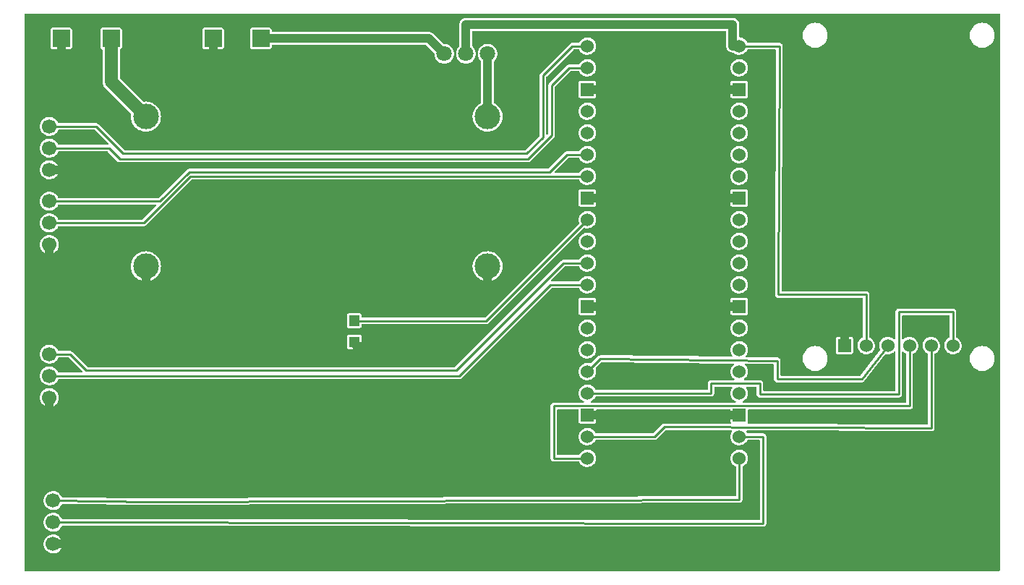
<source format=gtl>
G04 Layer: TopLayer*
G04 EasyEDA v6.5.9, 2022-08-08 08:54:15*
G04 dbf975fc70ca49248872ab73744ea534,d11c6626c55947548156d30ff75eed07,10*
G04 Gerber Generator version 0.2*
G04 Scale: 100 percent, Rotated: No, Reflected: No *
G04 Dimensions in millimeters *
G04 leading zeros omitted , absolute positions ,4 integer and 5 decimal *
%FSLAX45Y45*%
%MOMM*%

%ADD10C,1.0000*%
%ADD11C,0.2540*%
%ADD12C,1.5000*%
%ADD13R,1.5240X1.5240*%
%ADD14C,1.5240*%
%ADD15C,1.7000*%
%ADD16C,3.0000*%
%ADD17C,1.8000*%
%ADD18C,0.0182*%

%LPD*%
G36*
X187960Y266700D02*
G01*
X184048Y267462D01*
X180797Y269697D01*
X178562Y272948D01*
X177800Y276860D01*
X177800Y6784340D01*
X178562Y6788200D01*
X180797Y6791502D01*
X184048Y6793738D01*
X187960Y6794500D01*
X11589816Y6794500D01*
X11593728Y6793738D01*
X11596979Y6791502D01*
X11599214Y6788200D01*
X11599976Y6784340D01*
X11599976Y276860D01*
X11599214Y272948D01*
X11596979Y269697D01*
X11593728Y267462D01*
X11589816Y266700D01*
G37*

%LPC*%
G36*
X9436100Y6394602D02*
G01*
X9452406Y6395516D01*
X9468561Y6398260D01*
X9484258Y6402781D01*
X9499396Y6409080D01*
X9513671Y6416954D01*
X9527032Y6426454D01*
X9539224Y6437325D01*
X9550146Y6449517D01*
X9559594Y6462877D01*
X9567519Y6477203D01*
X9573768Y6492290D01*
X9578289Y6508038D01*
X9581032Y6524142D01*
X9581946Y6540500D01*
X9581032Y6556857D01*
X9578289Y6572961D01*
X9573768Y6588709D01*
X9567519Y6603796D01*
X9559594Y6618122D01*
X9550146Y6631482D01*
X9539224Y6643674D01*
X9527032Y6654546D01*
X9513671Y6664045D01*
X9499396Y6671919D01*
X9484258Y6678218D01*
X9468561Y6682740D01*
X9452406Y6685483D01*
X9436100Y6686397D01*
X9419742Y6685483D01*
X9403588Y6682740D01*
X9387890Y6678218D01*
X9372752Y6671919D01*
X9358477Y6664045D01*
X9345117Y6654546D01*
X9332925Y6643674D01*
X9322003Y6631482D01*
X9312554Y6618122D01*
X9304629Y6603796D01*
X9298381Y6588709D01*
X9293860Y6572961D01*
X9291116Y6556857D01*
X9290202Y6540500D01*
X9291116Y6524142D01*
X9293860Y6508038D01*
X9298381Y6492290D01*
X9304629Y6477203D01*
X9312554Y6462877D01*
X9322003Y6449517D01*
X9332925Y6437325D01*
X9345117Y6426454D01*
X9358477Y6416954D01*
X9372752Y6409080D01*
X9387890Y6402781D01*
X9403588Y6398260D01*
X9419742Y6395516D01*
G37*
G36*
X510641Y727354D02*
G01*
X524865Y727811D01*
X538886Y730097D01*
X552500Y734110D01*
X565505Y739902D01*
X577646Y747268D01*
X588721Y756107D01*
X598627Y766318D01*
X607110Y777697D01*
X614121Y790092D01*
X615289Y793038D01*
X617524Y796391D01*
X620826Y798626D01*
X624738Y799388D01*
X8825890Y786892D01*
X8833916Y787654D01*
X8841282Y789889D01*
X8847937Y793445D01*
X8853779Y798220D01*
X8858554Y804062D01*
X8862110Y810717D01*
X8864295Y817981D01*
X8865108Y826008D01*
X8865108Y1840992D01*
X8864295Y1849018D01*
X8862110Y1856232D01*
X8858554Y1862937D01*
X8853779Y1868779D01*
X8847937Y1873554D01*
X8841232Y1877110D01*
X8834018Y1879295D01*
X8825992Y1880107D01*
X8647938Y1880107D01*
X8644280Y1880768D01*
X8641130Y1882749D01*
X8638895Y1885696D01*
X8634933Y1893519D01*
X8632291Y1897329D01*
X8630666Y1901393D01*
X8630869Y1905762D01*
X8632952Y1909673D01*
X8636406Y1912315D01*
X8640724Y1913229D01*
X10794339Y1904492D01*
X10802366Y1905254D01*
X10809579Y1907387D01*
X10816285Y1910943D01*
X10822127Y1915718D01*
X10826953Y1921560D01*
X10830560Y1928215D01*
X10832744Y1935429D01*
X10833557Y1943607D01*
X10833608Y2807309D01*
X10834370Y2811170D01*
X10836554Y2814472D01*
X10852759Y2824124D01*
X10863427Y2832557D01*
X10872927Y2842361D01*
X10881004Y2853385D01*
X10887557Y2865323D01*
X10892485Y2878023D01*
X10895634Y2891332D01*
X10897006Y2904896D01*
X10896549Y2918510D01*
X10894263Y2931972D01*
X10890250Y2944977D01*
X10884509Y2957372D01*
X10877143Y2968853D01*
X10868355Y2979267D01*
X10858246Y2988411D01*
X10847019Y2996133D01*
X10834827Y3002280D01*
X10821924Y3006750D01*
X10808563Y3009442D01*
X10795000Y3010357D01*
X10781385Y3009442D01*
X10768025Y3006750D01*
X10755122Y3002280D01*
X10742930Y2996133D01*
X10731703Y2988411D01*
X10721594Y2979267D01*
X10712805Y2968853D01*
X10705439Y2957372D01*
X10699699Y2944977D01*
X10695686Y2931972D01*
X10693400Y2918510D01*
X10692942Y2904896D01*
X10694314Y2891332D01*
X10697464Y2878023D01*
X10702391Y2865323D01*
X10708944Y2853385D01*
X10717022Y2842361D01*
X10726521Y2832557D01*
X10737189Y2824124D01*
X10753445Y2814421D01*
X10755630Y2811170D01*
X10756392Y2807309D01*
X10756341Y1992071D01*
X10755579Y1988159D01*
X10753394Y1984857D01*
X10750042Y1982673D01*
X10746181Y1981911D01*
X8653780Y1990394D01*
X8649614Y1991309D01*
X8646160Y1993900D01*
X8644128Y1997659D01*
X8643772Y2001926D01*
X8645245Y2005990D01*
X8646566Y2008073D01*
X8648496Y2013559D01*
X8649208Y2019858D01*
X8649208Y2151126D01*
X8649970Y2155037D01*
X8652154Y2158288D01*
X8655456Y2160524D01*
X8659368Y2161286D01*
X10540492Y2161286D01*
X10548518Y2162098D01*
X10555732Y2164283D01*
X10562386Y2167839D01*
X10568228Y2172614D01*
X10573054Y2178456D01*
X10576610Y2185162D01*
X10578795Y2192375D01*
X10579557Y2200402D01*
X10579557Y2807309D01*
X10580319Y2811170D01*
X10582503Y2814421D01*
X10598759Y2824124D01*
X10609427Y2832557D01*
X10618927Y2842361D01*
X10627004Y2853385D01*
X10633557Y2865323D01*
X10638485Y2878023D01*
X10641634Y2891332D01*
X10643006Y2904896D01*
X10642549Y2918510D01*
X10640263Y2931972D01*
X10636250Y2944977D01*
X10630509Y2957372D01*
X10623143Y2968853D01*
X10614355Y2979267D01*
X10604246Y2988411D01*
X10593019Y2996133D01*
X10580827Y3002280D01*
X10567924Y3006750D01*
X10554563Y3009442D01*
X10541000Y3010357D01*
X10527385Y3009442D01*
X10514025Y3006750D01*
X10501122Y3002280D01*
X10488930Y2996133D01*
X10477703Y2988411D01*
X10469575Y2981045D01*
X10466222Y2979013D01*
X10462412Y2978404D01*
X10458602Y2979267D01*
X10455452Y2981502D01*
X10453319Y2984754D01*
X10452608Y2988564D01*
X10452608Y3253232D01*
X10453370Y3257092D01*
X10455554Y3260394D01*
X10458856Y3262629D01*
X10462768Y3263392D01*
X11000232Y3263392D01*
X11004092Y3262629D01*
X11007394Y3260394D01*
X11009579Y3257092D01*
X11010392Y3253232D01*
X11010392Y3009138D01*
X11009680Y3005480D01*
X11007750Y3002330D01*
X11004804Y3000095D01*
X10996930Y2996133D01*
X10985703Y2988411D01*
X10975594Y2979267D01*
X10966805Y2968853D01*
X10959439Y2957372D01*
X10953699Y2944977D01*
X10949686Y2931972D01*
X10947400Y2918510D01*
X10946942Y2904896D01*
X10948314Y2891332D01*
X10951464Y2878023D01*
X10956391Y2865323D01*
X10962944Y2853385D01*
X10971022Y2842361D01*
X10980521Y2832557D01*
X10991189Y2824124D01*
X11002924Y2817164D01*
X11015472Y2811830D01*
X11028629Y2808274D01*
X11042142Y2806446D01*
X11055807Y2806446D01*
X11069320Y2808274D01*
X11082477Y2811830D01*
X11095024Y2817164D01*
X11106759Y2824124D01*
X11117427Y2832557D01*
X11126927Y2842361D01*
X11135004Y2853385D01*
X11141557Y2865323D01*
X11146485Y2878023D01*
X11149634Y2891332D01*
X11151006Y2904896D01*
X11150549Y2918510D01*
X11148263Y2931972D01*
X11144250Y2944977D01*
X11138509Y2957372D01*
X11131143Y2968853D01*
X11122355Y2979267D01*
X11112246Y2988411D01*
X11101019Y2996133D01*
X11093145Y3000095D01*
X11090198Y3002330D01*
X11088268Y3005480D01*
X11087608Y3009138D01*
X11087608Y3301492D01*
X11086795Y3309518D01*
X11084610Y3316732D01*
X11081054Y3323437D01*
X11076228Y3329279D01*
X11070386Y3334054D01*
X11063732Y3337610D01*
X11056518Y3339795D01*
X11048492Y3340608D01*
X10414457Y3340608D01*
X10406481Y3339795D01*
X10399217Y3337610D01*
X10392562Y3334054D01*
X10386720Y3329279D01*
X10381894Y3323437D01*
X10378338Y3316732D01*
X10376154Y3309518D01*
X10375392Y3301492D01*
X10375392Y2988564D01*
X10374630Y2984754D01*
X10372496Y2981502D01*
X10369346Y2979267D01*
X10365536Y2978404D01*
X10361726Y2979013D01*
X10358374Y2981045D01*
X10350246Y2988411D01*
X10339019Y2996133D01*
X10326827Y3002280D01*
X10313924Y3006750D01*
X10300563Y3009442D01*
X10287000Y3010357D01*
X10273385Y3009442D01*
X10260025Y3006750D01*
X10247122Y3002280D01*
X10234930Y2996133D01*
X10223703Y2988411D01*
X10213594Y2979267D01*
X10204805Y2968853D01*
X10197439Y2957372D01*
X10191699Y2944977D01*
X10187686Y2931972D01*
X10185400Y2918510D01*
X10184942Y2904896D01*
X10186314Y2891332D01*
X10189464Y2878023D01*
X10194391Y2865323D01*
X10195509Y2863240D01*
X10196728Y2859481D01*
X10196423Y2855620D01*
X10194645Y2852115D01*
X9966299Y2557119D01*
X9964064Y2555036D01*
X9961270Y2553665D01*
X9958273Y2553208D01*
X9040317Y2553208D01*
X9036456Y2553970D01*
X9033154Y2556154D01*
X9030970Y2559456D01*
X9030157Y2563368D01*
X9030157Y2730042D01*
X9029496Y2737561D01*
X9027363Y2744876D01*
X9023858Y2751582D01*
X9019133Y2757474D01*
X9013342Y2762300D01*
X9006738Y2765958D01*
X8999524Y2768244D01*
X8991498Y2769108D01*
X8630869Y2773070D01*
X8627059Y2773832D01*
X8623858Y2775966D01*
X8621674Y2779166D01*
X8620810Y2782925D01*
X8621420Y2786735D01*
X8623452Y2790037D01*
X8627211Y2794203D01*
X8634933Y2805480D01*
X8641080Y2817622D01*
X8645550Y2830525D01*
X8648242Y2843885D01*
X8649157Y2857500D01*
X8648242Y2871114D01*
X8645550Y2884474D01*
X8641080Y2897327D01*
X8634933Y2909519D01*
X8627211Y2920746D01*
X8618067Y2930855D01*
X8607653Y2939694D01*
X8596122Y2947009D01*
X8583777Y2952750D01*
X8570722Y2956814D01*
X8557310Y2959049D01*
X8543645Y2959506D01*
X8530082Y2958134D01*
X8516823Y2954985D01*
X8504123Y2950108D01*
X8492134Y2943555D01*
X8481161Y2935427D01*
X8471357Y2925978D01*
X8462924Y2915259D01*
X8455964Y2903524D01*
X8450630Y2890977D01*
X8447024Y2877820D01*
X8445246Y2864307D01*
X8445246Y2850692D01*
X8447024Y2837180D01*
X8450630Y2824022D01*
X8455964Y2811424D01*
X8462924Y2799689D01*
X8469477Y2791409D01*
X8471204Y2788056D01*
X8471611Y2784297D01*
X8470646Y2780639D01*
X8468360Y2777591D01*
X8465108Y2775610D01*
X8461400Y2774950D01*
X6919722Y2791968D01*
X6911695Y2791256D01*
X6904431Y2789123D01*
X6897725Y2785668D01*
X6891070Y2780284D01*
X6813092Y2702153D01*
X6810044Y2700070D01*
X6806488Y2699207D01*
X6802881Y2699664D01*
X6792722Y2702814D01*
X6779310Y2705049D01*
X6765645Y2705506D01*
X6752081Y2704134D01*
X6738823Y2700985D01*
X6726123Y2696108D01*
X6714134Y2689555D01*
X6703161Y2681427D01*
X6693357Y2671978D01*
X6684924Y2661259D01*
X6677964Y2649524D01*
X6672630Y2636977D01*
X6669024Y2623820D01*
X6667246Y2610307D01*
X6667246Y2596692D01*
X6669024Y2583180D01*
X6672630Y2570022D01*
X6677964Y2557424D01*
X6684924Y2545689D01*
X6693357Y2535021D01*
X6703161Y2525522D01*
X6714134Y2517444D01*
X6726123Y2510891D01*
X6738823Y2505964D01*
X6752081Y2502814D01*
X6765645Y2501442D01*
X6779310Y2501900D01*
X6792722Y2504186D01*
X6805777Y2508250D01*
X6818122Y2513990D01*
X6829653Y2521305D01*
X6840067Y2530094D01*
X6849211Y2540203D01*
X6856933Y2551480D01*
X6863080Y2563622D01*
X6867550Y2576525D01*
X6870242Y2589885D01*
X6871157Y2603500D01*
X6870242Y2617114D01*
X6867550Y2630474D01*
X6865264Y2637028D01*
X6864705Y2640787D01*
X6865518Y2644444D01*
X6867652Y2647543D01*
X6931609Y2711551D01*
X6934911Y2713786D01*
X6938873Y2714498D01*
X8472881Y2697581D01*
X8476742Y2696768D01*
X8480044Y2694533D01*
X8482177Y2691180D01*
X8482939Y2687269D01*
X8482076Y2683408D01*
X8479840Y2680157D01*
X8471357Y2671978D01*
X8462924Y2661259D01*
X8455964Y2649524D01*
X8450630Y2636977D01*
X8447024Y2623820D01*
X8445246Y2610307D01*
X8445246Y2596692D01*
X8447024Y2583180D01*
X8450630Y2570022D01*
X8455964Y2557424D01*
X8462924Y2545689D01*
X8471357Y2535021D01*
X8481161Y2525522D01*
X8487664Y2520746D01*
X8490458Y2517597D01*
X8491778Y2513584D01*
X8491321Y2509367D01*
X8489188Y2505760D01*
X8485784Y2503271D01*
X8481669Y2502408D01*
X8217408Y2502408D01*
X8209381Y2501595D01*
X8202117Y2499410D01*
X8195462Y2495854D01*
X8189620Y2491079D01*
X8184845Y2485237D01*
X8181238Y2478532D01*
X8179053Y2471318D01*
X8178292Y2463292D01*
X8178292Y2398268D01*
X8177479Y2394356D01*
X8175294Y2391054D01*
X8171992Y2388870D01*
X8168131Y2388108D01*
X6869938Y2388108D01*
X6866280Y2388768D01*
X6863130Y2390749D01*
X6860895Y2393696D01*
X6856933Y2401519D01*
X6849211Y2412746D01*
X6840067Y2422855D01*
X6829653Y2431694D01*
X6818122Y2439009D01*
X6805777Y2444750D01*
X6792722Y2448814D01*
X6779310Y2451049D01*
X6765645Y2451506D01*
X6752081Y2450134D01*
X6738823Y2446985D01*
X6726123Y2442108D01*
X6714134Y2435555D01*
X6703161Y2427427D01*
X6693357Y2417978D01*
X6684924Y2407259D01*
X6677964Y2395524D01*
X6672630Y2382977D01*
X6669024Y2369820D01*
X6667246Y2356307D01*
X6667246Y2342692D01*
X6669024Y2329180D01*
X6672630Y2316022D01*
X6677964Y2303424D01*
X6684924Y2291689D01*
X6693357Y2281021D01*
X6703161Y2271522D01*
X6714134Y2263444D01*
X6724853Y2257552D01*
X6728206Y2254656D01*
X6729984Y2250592D01*
X6729831Y2246122D01*
X6727799Y2242210D01*
X6724294Y2239467D01*
X6719976Y2238502D01*
X6375908Y2238502D01*
X6367881Y2237689D01*
X6360617Y2235504D01*
X6353962Y2231948D01*
X6348120Y2227173D01*
X6343345Y2221331D01*
X6339789Y2214626D01*
X6337604Y2207412D01*
X6336792Y2199386D01*
X6336792Y1588008D01*
X6337554Y1579981D01*
X6339738Y1572717D01*
X6343345Y1566062D01*
X6348120Y1560220D01*
X6353962Y1555445D01*
X6360617Y1551889D01*
X6367881Y1549704D01*
X6375908Y1548892D01*
X6668058Y1548892D01*
X6671970Y1548130D01*
X6675221Y1545945D01*
X6684924Y1529689D01*
X6693357Y1519021D01*
X6703161Y1509522D01*
X6714134Y1501444D01*
X6726123Y1494891D01*
X6738823Y1489964D01*
X6752081Y1486814D01*
X6765645Y1485442D01*
X6779310Y1485900D01*
X6792722Y1488186D01*
X6805777Y1492250D01*
X6818122Y1497990D01*
X6829653Y1505305D01*
X6840067Y1514094D01*
X6849211Y1524203D01*
X6856933Y1535480D01*
X6863080Y1547622D01*
X6867550Y1560525D01*
X6870242Y1573885D01*
X6871157Y1587500D01*
X6870242Y1601114D01*
X6867550Y1614474D01*
X6863080Y1627327D01*
X6856933Y1639519D01*
X6849211Y1650746D01*
X6840067Y1660855D01*
X6829653Y1669694D01*
X6818122Y1677009D01*
X6805777Y1682750D01*
X6792722Y1686814D01*
X6779310Y1689049D01*
X6765645Y1689506D01*
X6752081Y1688134D01*
X6738823Y1684985D01*
X6726123Y1680108D01*
X6714134Y1673555D01*
X6703161Y1665427D01*
X6693357Y1655978D01*
X6684924Y1645259D01*
X6675221Y1629054D01*
X6671970Y1626870D01*
X6668109Y1626107D01*
X6424168Y1626107D01*
X6420256Y1626870D01*
X6416954Y1629105D01*
X6414770Y1632356D01*
X6414008Y1636268D01*
X6414008Y2151126D01*
X6414770Y2155037D01*
X6417005Y2158288D01*
X6420256Y2160524D01*
X6424168Y2161286D01*
X6656831Y2161286D01*
X6660692Y2160524D01*
X6663994Y2158288D01*
X6666179Y2155037D01*
X6666992Y2151126D01*
X6666992Y2019858D01*
X6667703Y2013559D01*
X6669582Y2008073D01*
X6672681Y2003196D01*
X6676745Y1999081D01*
X6681673Y1995982D01*
X6687108Y1994103D01*
X6693458Y1993392D01*
X6844690Y1993392D01*
X6851040Y1994103D01*
X6856475Y1995982D01*
X6861403Y1999081D01*
X6865467Y2003196D01*
X6868566Y2008073D01*
X6870496Y2013559D01*
X6871208Y2019858D01*
X6871208Y2151126D01*
X6871970Y2155037D01*
X6874154Y2158288D01*
X6877456Y2160524D01*
X6881368Y2161286D01*
X8434832Y2161286D01*
X8438692Y2160524D01*
X8441994Y2158288D01*
X8444179Y2155037D01*
X8444992Y2151126D01*
X8444992Y2019858D01*
X8445703Y2013559D01*
X8447582Y2008073D01*
X8448395Y2006854D01*
X8449818Y2002789D01*
X8449513Y1998472D01*
X8447379Y1994712D01*
X8443925Y1992172D01*
X8439708Y1991258D01*
X7671460Y1994407D01*
X7663434Y1993646D01*
X7656169Y1991461D01*
X7649514Y1987956D01*
X7643114Y1982724D01*
X7543444Y1883054D01*
X7540142Y1880870D01*
X7536281Y1880107D01*
X6869938Y1880107D01*
X6866280Y1880768D01*
X6863130Y1882749D01*
X6860895Y1885696D01*
X6856933Y1893519D01*
X6849211Y1904746D01*
X6840067Y1914855D01*
X6829653Y1923694D01*
X6818122Y1931009D01*
X6805777Y1936750D01*
X6792722Y1940814D01*
X6779310Y1943049D01*
X6765645Y1943506D01*
X6752081Y1942134D01*
X6738823Y1938985D01*
X6726123Y1934108D01*
X6714134Y1927555D01*
X6703161Y1919427D01*
X6693357Y1909978D01*
X6684924Y1899259D01*
X6677964Y1887524D01*
X6672630Y1874977D01*
X6669024Y1861820D01*
X6667246Y1848307D01*
X6667246Y1834692D01*
X6669024Y1821180D01*
X6672630Y1808022D01*
X6677964Y1795424D01*
X6684924Y1783689D01*
X6693357Y1773021D01*
X6703161Y1763522D01*
X6714134Y1755444D01*
X6726123Y1748891D01*
X6738823Y1743964D01*
X6752081Y1740814D01*
X6765645Y1739442D01*
X6779310Y1739900D01*
X6792722Y1742186D01*
X6805777Y1746250D01*
X6818122Y1751990D01*
X6829653Y1759305D01*
X6840067Y1768093D01*
X6849211Y1778203D01*
X6856933Y1789480D01*
X6860895Y1797304D01*
X6863130Y1800250D01*
X6866280Y1802180D01*
X6869938Y1802892D01*
X7555992Y1802892D01*
X7563967Y1803654D01*
X7571231Y1805889D01*
X7577886Y1809445D01*
X7584135Y1814525D01*
X7683703Y1914143D01*
X7687056Y1916328D01*
X7690967Y1917090D01*
X8453882Y1913991D01*
X8457996Y1913077D01*
X8461400Y1910588D01*
X8463483Y1906879D01*
X8463889Y1902663D01*
X8462568Y1898650D01*
X8455964Y1887524D01*
X8450630Y1874977D01*
X8447024Y1861820D01*
X8445246Y1848307D01*
X8445246Y1834692D01*
X8447024Y1821180D01*
X8450630Y1808022D01*
X8455964Y1795424D01*
X8462924Y1783689D01*
X8471357Y1773021D01*
X8481161Y1763522D01*
X8492134Y1755444D01*
X8504123Y1748891D01*
X8516823Y1743964D01*
X8530082Y1740814D01*
X8543645Y1739442D01*
X8557310Y1739900D01*
X8570722Y1742186D01*
X8583777Y1746250D01*
X8596122Y1751990D01*
X8607653Y1759305D01*
X8618067Y1768093D01*
X8627211Y1778203D01*
X8634933Y1789480D01*
X8638895Y1797304D01*
X8641130Y1800250D01*
X8644280Y1802231D01*
X8647938Y1802892D01*
X8777732Y1802892D01*
X8781592Y1802130D01*
X8784894Y1799894D01*
X8787130Y1796592D01*
X8787892Y1792732D01*
X8787892Y874318D01*
X8787130Y870458D01*
X8784894Y867156D01*
X8781592Y864971D01*
X8777732Y864158D01*
X624840Y876604D01*
X620979Y877417D01*
X617626Y879602D01*
X615442Y882954D01*
X614121Y886307D01*
X607110Y898702D01*
X598627Y910082D01*
X588721Y920292D01*
X577646Y929132D01*
X565505Y936498D01*
X552500Y942238D01*
X538886Y946302D01*
X524865Y948588D01*
X510641Y949045D01*
X496519Y947674D01*
X482650Y944524D01*
X469290Y939596D01*
X456692Y933043D01*
X445058Y924915D01*
X434543Y915314D01*
X425348Y904494D01*
X417576Y892606D01*
X411429Y879805D01*
X406958Y866343D01*
X404215Y852373D01*
X403301Y838200D01*
X404215Y824026D01*
X406958Y810056D01*
X411429Y796594D01*
X417576Y783793D01*
X425348Y771855D01*
X434543Y761034D01*
X445058Y751484D01*
X456692Y743356D01*
X469290Y736803D01*
X482650Y731875D01*
X496519Y728726D01*
G37*
G36*
X11391900Y6394602D02*
G01*
X11408206Y6395516D01*
X11424361Y6398260D01*
X11440058Y6402781D01*
X11455196Y6409080D01*
X11469471Y6416954D01*
X11482832Y6426454D01*
X11495024Y6437325D01*
X11505946Y6449517D01*
X11515394Y6462877D01*
X11523319Y6477203D01*
X11529568Y6492290D01*
X11534089Y6508038D01*
X11536832Y6524142D01*
X11537746Y6540500D01*
X11536832Y6556857D01*
X11534089Y6572961D01*
X11529568Y6588709D01*
X11523319Y6603796D01*
X11515394Y6618122D01*
X11505946Y6631482D01*
X11495024Y6643674D01*
X11482832Y6654546D01*
X11469471Y6664045D01*
X11455196Y6671919D01*
X11440058Y6678218D01*
X11424361Y6682740D01*
X11408206Y6685483D01*
X11391900Y6686397D01*
X11375542Y6685483D01*
X11359388Y6682740D01*
X11343690Y6678218D01*
X11328552Y6671919D01*
X11314277Y6664045D01*
X11300917Y6654546D01*
X11288725Y6643674D01*
X11277803Y6631482D01*
X11268354Y6618122D01*
X11260429Y6603796D01*
X11254181Y6588709D01*
X11249660Y6572961D01*
X11246916Y6556857D01*
X11246002Y6540500D01*
X11246916Y6524142D01*
X11249660Y6508038D01*
X11254181Y6492290D01*
X11260429Y6477203D01*
X11268354Y6462877D01*
X11277803Y6449517D01*
X11288725Y6437325D01*
X11300917Y6426454D01*
X11314277Y6416954D01*
X11328552Y6409080D01*
X11343690Y6402781D01*
X11359388Y6398260D01*
X11375542Y6395516D01*
G37*
G36*
X2288184Y6376466D02*
G01*
X2487015Y6376466D01*
X2493365Y6377228D01*
X2498801Y6379108D01*
X2503728Y6382207D01*
X2507792Y6386271D01*
X2510891Y6391198D01*
X2512771Y6396634D01*
X2513533Y6402984D01*
X2513533Y6601815D01*
X2512771Y6608165D01*
X2510891Y6613601D01*
X2507792Y6618528D01*
X2503728Y6622592D01*
X2498801Y6625691D01*
X2493365Y6627571D01*
X2487015Y6628282D01*
X2288184Y6628282D01*
X2281834Y6627571D01*
X2276398Y6625691D01*
X2271471Y6622592D01*
X2267407Y6618528D01*
X2264308Y6613601D01*
X2262428Y6608165D01*
X2261666Y6601815D01*
X2261666Y6402984D01*
X2262428Y6396634D01*
X2264308Y6391198D01*
X2267407Y6386271D01*
X2271471Y6382207D01*
X2276398Y6379108D01*
X2281834Y6377228D01*
G37*
G36*
X510641Y981354D02*
G01*
X524865Y981811D01*
X538886Y984097D01*
X552500Y988110D01*
X565505Y993902D01*
X577646Y1001268D01*
X588721Y1010107D01*
X598627Y1020318D01*
X607110Y1031697D01*
X614121Y1044092D01*
X614832Y1045971D01*
X617067Y1049324D01*
X620420Y1051560D01*
X624382Y1052271D01*
X1650847Y1040942D01*
X8546744Y1066292D01*
X8554618Y1067054D01*
X8561832Y1069289D01*
X8568486Y1072845D01*
X8574328Y1077620D01*
X8579154Y1083462D01*
X8582710Y1090117D01*
X8584895Y1097381D01*
X8585708Y1105408D01*
X8585708Y1486611D01*
X8586419Y1490370D01*
X8588451Y1493621D01*
X8591550Y1495856D01*
X8596122Y1497990D01*
X8607653Y1505305D01*
X8618067Y1514094D01*
X8627211Y1524203D01*
X8634933Y1535480D01*
X8641080Y1547622D01*
X8645550Y1560525D01*
X8648242Y1573885D01*
X8649157Y1587500D01*
X8648242Y1601114D01*
X8645550Y1614474D01*
X8641080Y1627327D01*
X8634933Y1639519D01*
X8627211Y1650746D01*
X8618067Y1660855D01*
X8607653Y1669694D01*
X8596122Y1677009D01*
X8583777Y1682750D01*
X8570722Y1686814D01*
X8557310Y1689049D01*
X8543645Y1689506D01*
X8530082Y1688134D01*
X8516823Y1684985D01*
X8504123Y1680108D01*
X8492134Y1673555D01*
X8481161Y1665427D01*
X8471357Y1655978D01*
X8462924Y1645259D01*
X8455964Y1633524D01*
X8450630Y1620977D01*
X8447024Y1607820D01*
X8445246Y1594307D01*
X8445246Y1580692D01*
X8447024Y1567180D01*
X8450630Y1554022D01*
X8455964Y1541424D01*
X8462924Y1529689D01*
X8471357Y1519021D01*
X8481161Y1509522D01*
X8492134Y1501444D01*
X8503208Y1495399D01*
X8506002Y1493113D01*
X8507831Y1490014D01*
X8508492Y1486458D01*
X8508492Y1153464D01*
X8507730Y1149604D01*
X8505494Y1146302D01*
X8502243Y1144117D01*
X8498332Y1143304D01*
X1648714Y1118158D01*
X625195Y1129487D01*
X621334Y1130300D01*
X618083Y1132535D01*
X615899Y1135837D01*
X614121Y1140307D01*
X607110Y1152702D01*
X598627Y1164082D01*
X588721Y1174292D01*
X577646Y1183132D01*
X565505Y1190498D01*
X552500Y1196238D01*
X538886Y1200302D01*
X524865Y1202588D01*
X510641Y1203045D01*
X496519Y1201674D01*
X482650Y1198524D01*
X469290Y1193596D01*
X456692Y1187043D01*
X445058Y1178915D01*
X434543Y1169314D01*
X425348Y1158494D01*
X417576Y1146606D01*
X411429Y1133805D01*
X406958Y1120343D01*
X404215Y1106373D01*
X403301Y1092200D01*
X404215Y1078026D01*
X406958Y1064056D01*
X411429Y1050594D01*
X417576Y1037793D01*
X425348Y1025855D01*
X434543Y1015034D01*
X445058Y1005484D01*
X456692Y997356D01*
X469290Y990803D01*
X482650Y985875D01*
X496519Y982726D01*
G37*
G36*
X510184Y6376466D02*
G01*
X709015Y6376466D01*
X715365Y6377228D01*
X720801Y6379108D01*
X725728Y6382207D01*
X729792Y6386271D01*
X732891Y6391198D01*
X734771Y6396634D01*
X735533Y6402984D01*
X735533Y6601815D01*
X734771Y6608165D01*
X732891Y6613601D01*
X729792Y6618528D01*
X725728Y6622592D01*
X720801Y6625691D01*
X715365Y6627571D01*
X709015Y6628282D01*
X510184Y6628282D01*
X503834Y6627571D01*
X498398Y6625691D01*
X493471Y6622592D01*
X489407Y6618528D01*
X486308Y6613601D01*
X484428Y6608165D01*
X483717Y6601815D01*
X483717Y6402984D01*
X484428Y6396634D01*
X486308Y6391198D01*
X489407Y6386271D01*
X493471Y6382207D01*
X498398Y6379108D01*
X503834Y6377228D01*
G37*
G36*
X5085435Y6208928D02*
G01*
X5099964Y6208928D01*
X5114391Y6210757D01*
X5128514Y6214364D01*
X5142026Y6219748D01*
X5154777Y6226759D01*
X5166563Y6235293D01*
X5177180Y6245250D01*
X5186426Y6256477D01*
X5194249Y6268770D01*
X5200446Y6281928D01*
X5204917Y6295745D01*
X5207660Y6310071D01*
X5208574Y6324600D01*
X5207660Y6339128D01*
X5204917Y6353403D01*
X5200446Y6367272D01*
X5194249Y6380429D01*
X5186426Y6392722D01*
X5177180Y6403898D01*
X5166563Y6413855D01*
X5154777Y6422440D01*
X5142026Y6429451D01*
X5128514Y6434785D01*
X5114391Y6438442D01*
X5099964Y6440271D01*
X5088585Y6440271D01*
X5084673Y6441033D01*
X5081422Y6443218D01*
X4966665Y6557873D01*
X4959807Y6563563D01*
X4957826Y6564985D01*
X4950206Y6569557D01*
X4948021Y6570675D01*
X4939792Y6574078D01*
X4937455Y6574840D01*
X4928819Y6576974D01*
X4926380Y6577380D01*
X4917541Y6578244D01*
X3082442Y6578295D01*
X3078581Y6579057D01*
X3075279Y6581241D01*
X3073095Y6584543D01*
X3072282Y6588455D01*
X3072282Y6601815D01*
X3071571Y6608114D01*
X3069691Y6613601D01*
X3066592Y6618478D01*
X3062528Y6622592D01*
X3057601Y6625691D01*
X3052165Y6627571D01*
X3045815Y6628282D01*
X2846984Y6628282D01*
X2840634Y6627571D01*
X2835198Y6625691D01*
X2830271Y6622592D01*
X2826207Y6618478D01*
X2823108Y6613601D01*
X2821178Y6608114D01*
X2820466Y6601815D01*
X2820466Y6402933D01*
X2821178Y6396634D01*
X2823108Y6391198D01*
X2826207Y6386271D01*
X2830271Y6382207D01*
X2835198Y6379108D01*
X2840634Y6377178D01*
X2846984Y6376466D01*
X3045815Y6376466D01*
X3052165Y6377178D01*
X3057601Y6379108D01*
X3062528Y6382207D01*
X3066592Y6386271D01*
X3069691Y6391198D01*
X3071571Y6396634D01*
X3072282Y6402933D01*
X3072282Y6416294D01*
X3073095Y6420205D01*
X3075279Y6423507D01*
X3078581Y6425692D01*
X3082442Y6426454D01*
X4879238Y6426454D01*
X4883150Y6425692D01*
X4886452Y6423507D01*
X4974082Y6335877D01*
X4976368Y6332270D01*
X4977028Y6328054D01*
X4976825Y6324600D01*
X4977739Y6310071D01*
X4980432Y6295745D01*
X4984953Y6281928D01*
X4991150Y6268770D01*
X4998923Y6256477D01*
X5008219Y6245250D01*
X5018836Y6235293D01*
X5030571Y6226759D01*
X5043322Y6219748D01*
X5056886Y6214364D01*
X5070957Y6210757D01*
G37*
G36*
X8543645Y6057442D02*
G01*
X8557310Y6057900D01*
X8570722Y6060186D01*
X8583777Y6064250D01*
X8596122Y6069990D01*
X8607653Y6077305D01*
X8618067Y6086094D01*
X8627211Y6096203D01*
X8634933Y6107480D01*
X8641080Y6119622D01*
X8645550Y6132525D01*
X8648242Y6145885D01*
X8649157Y6159500D01*
X8648242Y6173114D01*
X8645550Y6186474D01*
X8641080Y6199327D01*
X8634933Y6211519D01*
X8627211Y6222746D01*
X8618067Y6232855D01*
X8607653Y6241694D01*
X8596122Y6249009D01*
X8583777Y6254750D01*
X8570722Y6258814D01*
X8557310Y6261049D01*
X8543645Y6261506D01*
X8530082Y6260134D01*
X8516823Y6256985D01*
X8504123Y6252108D01*
X8492134Y6245555D01*
X8481161Y6237427D01*
X8471357Y6227978D01*
X8462924Y6217259D01*
X8455964Y6205524D01*
X8450630Y6192977D01*
X8447024Y6179820D01*
X8445246Y6166307D01*
X8445246Y6152692D01*
X8447024Y6139180D01*
X8450630Y6126022D01*
X8455964Y6113424D01*
X8462924Y6101689D01*
X8471357Y6091021D01*
X8481161Y6081522D01*
X8492134Y6073444D01*
X8504123Y6066891D01*
X8516823Y6061964D01*
X8530082Y6058814D01*
G37*
G36*
X6693458Y5803392D02*
G01*
X6844690Y5803392D01*
X6851040Y5804103D01*
X6856475Y5805982D01*
X6861403Y5809081D01*
X6865467Y5813196D01*
X6868566Y5818073D01*
X6870496Y5823559D01*
X6871208Y5829858D01*
X6871208Y5981141D01*
X6870496Y5987440D01*
X6868566Y5992926D01*
X6865467Y5997803D01*
X6861403Y6001918D01*
X6856475Y6004966D01*
X6851040Y6006896D01*
X6844690Y6007608D01*
X6693458Y6007608D01*
X6687108Y6006896D01*
X6681673Y6004966D01*
X6676745Y6001918D01*
X6672681Y5997803D01*
X6669582Y5992926D01*
X6667703Y5987440D01*
X6666992Y5981141D01*
X6666992Y5829858D01*
X6667703Y5823559D01*
X6669582Y5818073D01*
X6672681Y5813196D01*
X6676745Y5809081D01*
X6681673Y5805982D01*
X6687108Y5804103D01*
G37*
G36*
X8471458Y5803392D02*
G01*
X8622690Y5803392D01*
X8629040Y5804103D01*
X8634476Y5805982D01*
X8639403Y5809081D01*
X8643467Y5813196D01*
X8646566Y5818073D01*
X8648496Y5823559D01*
X8649208Y5829858D01*
X8649208Y5981141D01*
X8648496Y5987440D01*
X8646566Y5992926D01*
X8643467Y5997803D01*
X8639403Y6001918D01*
X8634476Y6004966D01*
X8629040Y6006896D01*
X8622690Y6007608D01*
X8471458Y6007608D01*
X8465108Y6006896D01*
X8459673Y6004966D01*
X8454745Y6001918D01*
X8450681Y5997803D01*
X8447582Y5992926D01*
X8445703Y5987440D01*
X8444992Y5981141D01*
X8444992Y5829858D01*
X8445703Y5823559D01*
X8447582Y5818073D01*
X8450681Y5813196D01*
X8454745Y5809081D01*
X8459673Y5805982D01*
X8465108Y5804103D01*
G37*
G36*
X8543645Y5549442D02*
G01*
X8557310Y5549900D01*
X8570722Y5552186D01*
X8583777Y5556250D01*
X8596122Y5561990D01*
X8607653Y5569305D01*
X8618067Y5578094D01*
X8627211Y5588203D01*
X8634933Y5599480D01*
X8641080Y5611622D01*
X8645550Y5624525D01*
X8648242Y5637885D01*
X8649157Y5651500D01*
X8648242Y5665114D01*
X8645550Y5678474D01*
X8641080Y5691327D01*
X8634933Y5703519D01*
X8627211Y5714746D01*
X8618067Y5724855D01*
X8607653Y5733694D01*
X8596122Y5741009D01*
X8583777Y5746750D01*
X8570722Y5750814D01*
X8557310Y5753049D01*
X8543645Y5753506D01*
X8530082Y5752134D01*
X8516823Y5748985D01*
X8504123Y5744108D01*
X8492134Y5737555D01*
X8481161Y5729427D01*
X8471357Y5719978D01*
X8462924Y5709259D01*
X8455964Y5697524D01*
X8450630Y5684977D01*
X8447024Y5671820D01*
X8445246Y5658307D01*
X8445246Y5644692D01*
X8447024Y5631180D01*
X8450630Y5618022D01*
X8455964Y5605424D01*
X8462924Y5593689D01*
X8471357Y5583021D01*
X8481161Y5573522D01*
X8492134Y5565444D01*
X8504123Y5558891D01*
X8516823Y5553964D01*
X8530082Y5550814D01*
G37*
G36*
X6765645Y5549442D02*
G01*
X6779310Y5549900D01*
X6792722Y5552186D01*
X6805777Y5556250D01*
X6818122Y5561990D01*
X6829653Y5569305D01*
X6840067Y5578094D01*
X6849211Y5588203D01*
X6856933Y5599480D01*
X6863080Y5611622D01*
X6867550Y5624525D01*
X6870242Y5637885D01*
X6871157Y5651500D01*
X6870242Y5665114D01*
X6867550Y5678474D01*
X6863080Y5691327D01*
X6856933Y5703519D01*
X6849211Y5714746D01*
X6840067Y5724855D01*
X6829653Y5733694D01*
X6818122Y5741009D01*
X6805777Y5746750D01*
X6792722Y5750814D01*
X6779310Y5753049D01*
X6765645Y5753506D01*
X6752081Y5752134D01*
X6738823Y5748985D01*
X6726123Y5744108D01*
X6714134Y5737555D01*
X6703161Y5729427D01*
X6693357Y5719978D01*
X6684924Y5709259D01*
X6677964Y5697524D01*
X6672630Y5684977D01*
X6669024Y5671820D01*
X6667246Y5658307D01*
X6667246Y5644692D01*
X6669024Y5631180D01*
X6672630Y5618022D01*
X6677964Y5605424D01*
X6684924Y5593689D01*
X6693357Y5583021D01*
X6703161Y5573522D01*
X6714134Y5565444D01*
X6726123Y5558891D01*
X6738823Y5553964D01*
X6752081Y5550814D01*
G37*
G36*
X1604721Y5412130D02*
G01*
X1622806Y5413552D01*
X1640586Y5416804D01*
X1658010Y5421884D01*
X1674774Y5428691D01*
X1690725Y5437174D01*
X1705762Y5447284D01*
X1719681Y5458917D01*
X1732330Y5471871D01*
X1743557Y5486095D01*
X1753260Y5501335D01*
X1761388Y5517540D01*
X1767738Y5534507D01*
X1772361Y5552033D01*
X1775155Y5569915D01*
X1776069Y5588000D01*
X1775155Y5606084D01*
X1772361Y5623966D01*
X1767738Y5641492D01*
X1761388Y5658408D01*
X1753260Y5674614D01*
X1743557Y5689904D01*
X1732330Y5704128D01*
X1719681Y5717082D01*
X1705762Y5728665D01*
X1690725Y5738774D01*
X1674774Y5747308D01*
X1658010Y5754116D01*
X1640586Y5759196D01*
X1622806Y5762447D01*
X1604721Y5763818D01*
X1586636Y5763361D01*
X1574698Y5761837D01*
X1571599Y5761888D01*
X1568704Y5762904D01*
X1566214Y5764682D01*
X1297686Y6033211D01*
X1295501Y6036513D01*
X1294688Y6040424D01*
X1294688Y6368288D01*
X1295552Y6372352D01*
X1297940Y6375755D01*
X1301496Y6377889D01*
X1305001Y6379108D01*
X1309928Y6382207D01*
X1313992Y6386271D01*
X1317091Y6391198D01*
X1318971Y6396634D01*
X1319682Y6402984D01*
X1319682Y6601815D01*
X1318971Y6608165D01*
X1317091Y6613601D01*
X1313992Y6618528D01*
X1309928Y6622592D01*
X1305001Y6625691D01*
X1299565Y6627571D01*
X1293215Y6628282D01*
X1094384Y6628282D01*
X1088034Y6627571D01*
X1082598Y6625691D01*
X1077671Y6622592D01*
X1073607Y6618528D01*
X1070508Y6613601D01*
X1068578Y6608165D01*
X1067866Y6601815D01*
X1067866Y6402984D01*
X1068578Y6396634D01*
X1070508Y6391198D01*
X1073607Y6386271D01*
X1077671Y6382207D01*
X1082598Y6379108D01*
X1086104Y6377889D01*
X1089660Y6375755D01*
X1092047Y6372352D01*
X1092911Y6368288D01*
X1092911Y5994755D01*
X1093774Y5981242D01*
X1096365Y5968288D01*
X1100582Y5955792D01*
X1106424Y5943955D01*
X1113739Y5932982D01*
X1122680Y5922822D01*
X1423365Y5622137D01*
X1425752Y5618327D01*
X1426260Y5613908D01*
X1424533Y5597042D01*
X1424533Y5578957D01*
X1426413Y5560923D01*
X1430121Y5543194D01*
X1435608Y5525922D01*
X1442872Y5509361D01*
X1451762Y5493562D01*
X1462278Y5478830D01*
X1474216Y5465216D01*
X1487525Y5452922D01*
X1502003Y5442051D01*
X1517548Y5432755D01*
X1533956Y5425033D01*
X1551025Y5419090D01*
X1568653Y5414924D01*
X1586636Y5412638D01*
G37*
G36*
X5605221Y5412130D02*
G01*
X5623306Y5413552D01*
X5641086Y5416804D01*
X5658510Y5421884D01*
X5675274Y5428691D01*
X5691225Y5437174D01*
X5706262Y5447284D01*
X5720181Y5458917D01*
X5732830Y5471871D01*
X5744057Y5486095D01*
X5753760Y5501335D01*
X5761888Y5517540D01*
X5768238Y5534507D01*
X5772861Y5552033D01*
X5775655Y5569915D01*
X5776569Y5588000D01*
X5775655Y5606084D01*
X5772861Y5623966D01*
X5768238Y5641492D01*
X5761888Y5658408D01*
X5753760Y5674614D01*
X5744057Y5689904D01*
X5732830Y5704128D01*
X5720181Y5717082D01*
X5706262Y5728665D01*
X5691225Y5738774D01*
X5681980Y5743702D01*
X5679135Y5745988D01*
X5677255Y5749086D01*
X5676595Y5752693D01*
X5676595Y6232804D01*
X5677458Y6236868D01*
X5679795Y6240221D01*
X5685180Y6245250D01*
X5694426Y6256477D01*
X5702249Y6268770D01*
X5708446Y6281928D01*
X5712917Y6295745D01*
X5715660Y6310071D01*
X5716574Y6324600D01*
X5715660Y6339128D01*
X5712917Y6353403D01*
X5708446Y6367272D01*
X5702249Y6380429D01*
X5694426Y6392722D01*
X5685180Y6403898D01*
X5674563Y6413855D01*
X5662777Y6422440D01*
X5650026Y6429451D01*
X5636514Y6434785D01*
X5622391Y6438442D01*
X5607964Y6440271D01*
X5593435Y6440271D01*
X5578957Y6438442D01*
X5564886Y6434785D01*
X5551322Y6429451D01*
X5538571Y6422440D01*
X5526836Y6413855D01*
X5516219Y6403898D01*
X5506923Y6392722D01*
X5499150Y6380429D01*
X5492953Y6367272D01*
X5488432Y6353403D01*
X5485739Y6339128D01*
X5484825Y6324600D01*
X5485739Y6310071D01*
X5488432Y6295745D01*
X5492953Y6281928D01*
X5499150Y6268770D01*
X5506923Y6256477D01*
X5516219Y6245250D01*
X5521604Y6240221D01*
X5523941Y6236817D01*
X5524804Y6232804D01*
X5524804Y5752896D01*
X5524093Y5749137D01*
X5522010Y5745886D01*
X5518048Y5743244D01*
X5502503Y5733948D01*
X5488025Y5723077D01*
X5474716Y5710732D01*
X5462778Y5697169D01*
X5452262Y5682386D01*
X5443372Y5666638D01*
X5436108Y5650026D01*
X5430621Y5632805D01*
X5426913Y5615076D01*
X5425033Y5597042D01*
X5425033Y5578957D01*
X5426913Y5560923D01*
X5430621Y5543194D01*
X5436108Y5525922D01*
X5443372Y5509361D01*
X5452262Y5493562D01*
X5462778Y5478830D01*
X5474716Y5465216D01*
X5488025Y5452922D01*
X5502503Y5442051D01*
X5518048Y5432755D01*
X5534456Y5425033D01*
X5551525Y5419090D01*
X5569153Y5414924D01*
X5587136Y5412638D01*
G37*
G36*
X8543645Y5295442D02*
G01*
X8557310Y5295900D01*
X8570722Y5298186D01*
X8583777Y5302250D01*
X8596122Y5307990D01*
X8607653Y5315305D01*
X8618067Y5324094D01*
X8627211Y5334203D01*
X8634933Y5345480D01*
X8641080Y5357622D01*
X8645550Y5370525D01*
X8648242Y5383885D01*
X8649157Y5397500D01*
X8648242Y5411114D01*
X8645550Y5424474D01*
X8641080Y5437327D01*
X8634933Y5449519D01*
X8627211Y5460746D01*
X8618067Y5470855D01*
X8607653Y5479694D01*
X8596122Y5487009D01*
X8583777Y5492750D01*
X8570722Y5496814D01*
X8557310Y5499049D01*
X8543645Y5499506D01*
X8530082Y5498134D01*
X8516823Y5494985D01*
X8504123Y5490108D01*
X8492134Y5483555D01*
X8481161Y5475427D01*
X8471357Y5465978D01*
X8462924Y5455259D01*
X8455964Y5443524D01*
X8450630Y5430977D01*
X8447024Y5417820D01*
X8445246Y5404307D01*
X8445246Y5390692D01*
X8447024Y5377180D01*
X8450630Y5364022D01*
X8455964Y5351424D01*
X8462924Y5339689D01*
X8471357Y5329021D01*
X8481161Y5319522D01*
X8492134Y5311444D01*
X8504123Y5304891D01*
X8516823Y5299964D01*
X8530082Y5296814D01*
G37*
G36*
X6765645Y5295442D02*
G01*
X6779310Y5295900D01*
X6792722Y5298186D01*
X6805777Y5302250D01*
X6818122Y5307990D01*
X6829653Y5315305D01*
X6840067Y5324094D01*
X6849211Y5334203D01*
X6856933Y5345480D01*
X6863080Y5357622D01*
X6867550Y5370525D01*
X6870242Y5383885D01*
X6871157Y5397500D01*
X6870242Y5411114D01*
X6867550Y5424474D01*
X6863080Y5437327D01*
X6856933Y5449519D01*
X6849211Y5460746D01*
X6840067Y5470855D01*
X6829653Y5479694D01*
X6818122Y5487009D01*
X6805777Y5492750D01*
X6792722Y5496814D01*
X6779310Y5499049D01*
X6765645Y5499506D01*
X6752081Y5498134D01*
X6738823Y5494985D01*
X6726123Y5490108D01*
X6714134Y5483555D01*
X6703161Y5475427D01*
X6693357Y5465978D01*
X6684924Y5455259D01*
X6677964Y5443524D01*
X6672630Y5430977D01*
X6669024Y5417820D01*
X6667246Y5404307D01*
X6667246Y5390692D01*
X6669024Y5377180D01*
X6672630Y5364022D01*
X6677964Y5351424D01*
X6684924Y5339689D01*
X6693357Y5329021D01*
X6703161Y5319522D01*
X6714134Y5311444D01*
X6726123Y5304891D01*
X6738823Y5299964D01*
X6752081Y5296814D01*
G37*
G36*
X473456Y2187854D02*
G01*
X487578Y2189226D01*
X501446Y2192375D01*
X514807Y2197303D01*
X527405Y2203856D01*
X539038Y2211984D01*
X549554Y2221534D01*
X558749Y2232355D01*
X566521Y2244293D01*
X572668Y2257094D01*
X577138Y2270556D01*
X579882Y2284526D01*
X580796Y2298700D01*
X579882Y2312873D01*
X577138Y2326843D01*
X572668Y2340305D01*
X566521Y2353106D01*
X558749Y2364994D01*
X549554Y2375814D01*
X539038Y2385415D01*
X527405Y2393543D01*
X514807Y2400096D01*
X501446Y2405024D01*
X487578Y2408174D01*
X473456Y2409545D01*
X459232Y2409088D01*
X445211Y2406802D01*
X431596Y2402738D01*
X418592Y2396998D01*
X406450Y2389632D01*
X395325Y2380792D01*
X385470Y2370582D01*
X376986Y2359202D01*
X369976Y2346807D01*
X364642Y2333650D01*
X361035Y2319883D01*
X359257Y2305812D01*
X359257Y2291588D01*
X361035Y2277516D01*
X364642Y2263749D01*
X369976Y2250592D01*
X376986Y2238197D01*
X385470Y2226818D01*
X395325Y2216607D01*
X406450Y2207768D01*
X418592Y2200402D01*
X431596Y2194610D01*
X445211Y2190597D01*
X459232Y2188311D01*
G37*
G36*
X1295908Y5054092D02*
G01*
X6070092Y5054092D01*
X6078118Y5054854D01*
X6085332Y5057089D01*
X6091986Y5060645D01*
X6098235Y5065725D01*
X6376924Y5344414D01*
X6382054Y5350662D01*
X6385610Y5357317D01*
X6387795Y5364581D01*
X6388608Y5372608D01*
X6388608Y5936081D01*
X6389370Y5939993D01*
X6391554Y5943295D01*
X6566204Y6117894D01*
X6569506Y6120130D01*
X6573367Y6120892D01*
X6668109Y6120892D01*
X6671970Y6120130D01*
X6675221Y6117945D01*
X6684924Y6101689D01*
X6693357Y6091021D01*
X6703161Y6081522D01*
X6714134Y6073444D01*
X6726123Y6066891D01*
X6738823Y6061964D01*
X6752081Y6058814D01*
X6765645Y6057442D01*
X6779310Y6057900D01*
X6792722Y6060186D01*
X6805777Y6064250D01*
X6818122Y6069990D01*
X6829653Y6077305D01*
X6840067Y6086094D01*
X6849211Y6096203D01*
X6856933Y6107480D01*
X6863080Y6119622D01*
X6867550Y6132525D01*
X6870242Y6145885D01*
X6871157Y6159500D01*
X6870242Y6173114D01*
X6867550Y6186474D01*
X6863080Y6199327D01*
X6856933Y6211519D01*
X6849211Y6222746D01*
X6840067Y6232855D01*
X6829653Y6241694D01*
X6818122Y6249009D01*
X6805777Y6254750D01*
X6792722Y6258814D01*
X6779310Y6261049D01*
X6765645Y6261506D01*
X6752081Y6260134D01*
X6738823Y6256985D01*
X6726123Y6252108D01*
X6714134Y6245555D01*
X6703161Y6237427D01*
X6693357Y6227978D01*
X6684924Y6217259D01*
X6675221Y6201054D01*
X6671970Y6198870D01*
X6668109Y6198108D01*
X6553708Y6198108D01*
X6545681Y6197295D01*
X6538417Y6195110D01*
X6531762Y6191554D01*
X6525514Y6186424D01*
X6323025Y5983935D01*
X6317945Y5977686D01*
X6314338Y5971032D01*
X6312154Y5963818D01*
X6311392Y5955792D01*
X6311392Y5392267D01*
X6310630Y5388406D01*
X6308394Y5385104D01*
X6304330Y5381040D01*
X6301028Y5378856D01*
X6297168Y5378043D01*
X6293256Y5378856D01*
X6289954Y5381040D01*
X6287770Y5384342D01*
X6287008Y5388203D01*
X6287008Y6050381D01*
X6287770Y6054293D01*
X6289954Y6057595D01*
X6604304Y6371894D01*
X6607606Y6374130D01*
X6611467Y6374892D01*
X6668109Y6374892D01*
X6671970Y6374130D01*
X6675221Y6371945D01*
X6684924Y6355689D01*
X6693357Y6345021D01*
X6703161Y6335522D01*
X6714134Y6327444D01*
X6726123Y6320891D01*
X6738823Y6315964D01*
X6752081Y6312814D01*
X6765645Y6311442D01*
X6779310Y6311900D01*
X6792722Y6314186D01*
X6805777Y6318250D01*
X6818122Y6323990D01*
X6829653Y6331305D01*
X6840067Y6340094D01*
X6849211Y6350203D01*
X6856933Y6361480D01*
X6863080Y6373622D01*
X6867550Y6386525D01*
X6870242Y6399885D01*
X6871157Y6413500D01*
X6870242Y6427114D01*
X6867550Y6440474D01*
X6863080Y6453327D01*
X6856933Y6465519D01*
X6849211Y6476746D01*
X6840067Y6486855D01*
X6829653Y6495694D01*
X6818122Y6503009D01*
X6805777Y6508750D01*
X6792722Y6512814D01*
X6779310Y6515049D01*
X6765645Y6515506D01*
X6752081Y6514134D01*
X6738823Y6510985D01*
X6726123Y6506108D01*
X6714134Y6499555D01*
X6703161Y6491427D01*
X6693357Y6481978D01*
X6684924Y6471259D01*
X6675221Y6455054D01*
X6671970Y6452870D01*
X6668109Y6452108D01*
X6591808Y6452108D01*
X6583781Y6451295D01*
X6576517Y6449110D01*
X6569862Y6445554D01*
X6563614Y6440424D01*
X6221425Y6098235D01*
X6216345Y6091986D01*
X6212738Y6085332D01*
X6210554Y6078118D01*
X6209792Y6070092D01*
X6209792Y5366867D01*
X6209030Y5363006D01*
X6206794Y5359704D01*
X6044895Y5197754D01*
X6041593Y5195570D01*
X6037681Y5194808D01*
X1353718Y5194808D01*
X1349806Y5195570D01*
X1346504Y5197754D01*
X1043838Y5500471D01*
X1037590Y5505551D01*
X1030935Y5509107D01*
X1023721Y5511342D01*
X1015695Y5512104D01*
X580542Y5512104D01*
X576834Y5512816D01*
X573633Y5514848D01*
X571347Y5517845D01*
X566521Y5527954D01*
X558749Y5539841D01*
X549554Y5550662D01*
X539038Y5560212D01*
X527405Y5568340D01*
X514807Y5574893D01*
X501446Y5579821D01*
X487578Y5582970D01*
X473456Y5584342D01*
X459232Y5583885D01*
X445211Y5581650D01*
X431596Y5577586D01*
X418592Y5571845D01*
X406450Y5564479D01*
X395325Y5555589D01*
X385470Y5545378D01*
X376986Y5533999D01*
X369976Y5521655D01*
X364642Y5508447D01*
X361035Y5494731D01*
X359257Y5480608D01*
X359257Y5466435D01*
X361035Y5452313D01*
X364642Y5438597D01*
X369976Y5425389D01*
X376986Y5413044D01*
X385470Y5401614D01*
X395325Y5391454D01*
X406450Y5382564D01*
X418592Y5375198D01*
X431596Y5369458D01*
X445211Y5365394D01*
X459232Y5363159D01*
X473456Y5362702D01*
X487578Y5364073D01*
X501446Y5367223D01*
X514807Y5372100D01*
X527405Y5378704D01*
X539038Y5386832D01*
X549554Y5396382D01*
X558749Y5407202D01*
X566521Y5419090D01*
X571347Y5429148D01*
X573582Y5432196D01*
X576783Y5434177D01*
X580491Y5434888D01*
X995984Y5434888D01*
X999845Y5434126D01*
X1003147Y5431942D01*
X1159611Y5275478D01*
X1161846Y5272176D01*
X1162608Y5268264D01*
X1161846Y5264404D01*
X1159611Y5261102D01*
X1156309Y5258866D01*
X1152448Y5258104D01*
X580542Y5258104D01*
X576834Y5258816D01*
X573633Y5260848D01*
X571347Y5263845D01*
X566521Y5273954D01*
X558749Y5285841D01*
X549554Y5296662D01*
X539038Y5306212D01*
X527405Y5314340D01*
X514807Y5320893D01*
X501446Y5325821D01*
X487578Y5328970D01*
X473456Y5330342D01*
X459232Y5329885D01*
X445211Y5327650D01*
X431596Y5323586D01*
X418592Y5317845D01*
X406450Y5310479D01*
X395325Y5301589D01*
X385470Y5291378D01*
X376986Y5279999D01*
X369976Y5267655D01*
X364642Y5254447D01*
X361035Y5240731D01*
X359257Y5226608D01*
X359257Y5212435D01*
X361035Y5198313D01*
X364642Y5184597D01*
X369976Y5171389D01*
X376986Y5159044D01*
X385470Y5147614D01*
X395325Y5137454D01*
X406450Y5128564D01*
X418592Y5121198D01*
X431596Y5115458D01*
X445211Y5111394D01*
X459232Y5109159D01*
X473456Y5108702D01*
X487578Y5110073D01*
X501446Y5113223D01*
X514807Y5118100D01*
X527405Y5124704D01*
X539038Y5132832D01*
X549554Y5142382D01*
X558749Y5153202D01*
X566521Y5165090D01*
X571347Y5175148D01*
X573582Y5178196D01*
X576783Y5180177D01*
X580491Y5180888D01*
X1148384Y5180888D01*
X1152245Y5180126D01*
X1155547Y5177942D01*
X1267764Y5065725D01*
X1273962Y5060645D01*
X1280617Y5057089D01*
X1287881Y5054854D01*
G37*
G36*
X8543645Y5041442D02*
G01*
X8557310Y5041900D01*
X8570722Y5044186D01*
X8583777Y5048250D01*
X8596122Y5053990D01*
X8607653Y5061305D01*
X8618067Y5070094D01*
X8627211Y5080203D01*
X8634933Y5091480D01*
X8641080Y5103622D01*
X8645550Y5116525D01*
X8648242Y5129885D01*
X8649157Y5143500D01*
X8648242Y5157114D01*
X8645550Y5170474D01*
X8641080Y5183327D01*
X8634933Y5195519D01*
X8627211Y5206746D01*
X8618067Y5216855D01*
X8607653Y5225694D01*
X8596122Y5233009D01*
X8583777Y5238750D01*
X8570722Y5242814D01*
X8557310Y5245049D01*
X8543645Y5245506D01*
X8530082Y5244134D01*
X8516823Y5240985D01*
X8504123Y5236108D01*
X8492134Y5229555D01*
X8481161Y5221427D01*
X8471357Y5211978D01*
X8462924Y5201259D01*
X8455964Y5189524D01*
X8450630Y5176977D01*
X8447024Y5163820D01*
X8445246Y5150307D01*
X8445246Y5136692D01*
X8447024Y5123180D01*
X8450630Y5110022D01*
X8455964Y5097424D01*
X8462924Y5085689D01*
X8471357Y5075021D01*
X8481161Y5065522D01*
X8492134Y5057444D01*
X8504123Y5050891D01*
X8516823Y5045964D01*
X8530082Y5042814D01*
G37*
G36*
X473456Y4854702D02*
G01*
X487578Y4856073D01*
X501446Y4859223D01*
X514807Y4864100D01*
X527405Y4870704D01*
X539038Y4878832D01*
X549554Y4888382D01*
X558749Y4899202D01*
X566521Y4911090D01*
X572668Y4923891D01*
X577138Y4937404D01*
X579882Y4951323D01*
X580796Y4965496D01*
X579882Y4979720D01*
X577138Y4993640D01*
X572668Y5007152D01*
X566521Y5019954D01*
X558749Y5031841D01*
X549554Y5042662D01*
X539038Y5052212D01*
X527405Y5060340D01*
X514807Y5066893D01*
X501446Y5071821D01*
X487578Y5074970D01*
X473456Y5076342D01*
X459232Y5075885D01*
X445211Y5073650D01*
X431596Y5069586D01*
X418592Y5063845D01*
X406450Y5056479D01*
X395325Y5047589D01*
X385470Y5037378D01*
X376986Y5025999D01*
X369976Y5013655D01*
X364642Y5000447D01*
X361035Y4986731D01*
X359257Y4972608D01*
X359257Y4958435D01*
X361035Y4944313D01*
X364642Y4930597D01*
X369976Y4917389D01*
X376986Y4905044D01*
X385470Y4893614D01*
X395325Y4883454D01*
X406450Y4874564D01*
X418592Y4867198D01*
X431596Y4861458D01*
X445211Y4857394D01*
X459232Y4855159D01*
G37*
G36*
X8543645Y4787442D02*
G01*
X8557310Y4787900D01*
X8570722Y4790186D01*
X8583777Y4794250D01*
X8596122Y4799990D01*
X8607653Y4807305D01*
X8618067Y4816094D01*
X8627211Y4826203D01*
X8634933Y4837480D01*
X8641080Y4849622D01*
X8645550Y4862525D01*
X8648242Y4875885D01*
X8649157Y4889500D01*
X8648242Y4903114D01*
X8645550Y4916474D01*
X8641080Y4929327D01*
X8634933Y4941519D01*
X8627211Y4952746D01*
X8618067Y4962855D01*
X8607653Y4971694D01*
X8596122Y4979009D01*
X8583777Y4984750D01*
X8570722Y4988814D01*
X8557310Y4991049D01*
X8543645Y4991506D01*
X8530082Y4990134D01*
X8516823Y4986985D01*
X8504123Y4982108D01*
X8492134Y4975555D01*
X8481161Y4967427D01*
X8471357Y4957978D01*
X8462924Y4947259D01*
X8455964Y4935524D01*
X8450630Y4922977D01*
X8447024Y4909820D01*
X8445246Y4896307D01*
X8445246Y4882692D01*
X8447024Y4869180D01*
X8450630Y4856022D01*
X8455964Y4843424D01*
X8462924Y4831689D01*
X8471357Y4821021D01*
X8481161Y4811522D01*
X8492134Y4803444D01*
X8504123Y4796891D01*
X8516823Y4791964D01*
X8530082Y4788814D01*
G37*
G36*
X6693458Y4533392D02*
G01*
X6844690Y4533392D01*
X6851040Y4534103D01*
X6856475Y4535982D01*
X6861403Y4539081D01*
X6865467Y4543196D01*
X6868566Y4548073D01*
X6870496Y4553559D01*
X6871208Y4559858D01*
X6871208Y4711141D01*
X6870496Y4717440D01*
X6868566Y4722926D01*
X6865467Y4727803D01*
X6861403Y4731918D01*
X6856475Y4734966D01*
X6851040Y4736896D01*
X6844690Y4737608D01*
X6693458Y4737608D01*
X6687108Y4736896D01*
X6681673Y4734966D01*
X6676745Y4731918D01*
X6672681Y4727803D01*
X6669582Y4722926D01*
X6667703Y4717440D01*
X6666992Y4711141D01*
X6666992Y4559858D01*
X6667703Y4553559D01*
X6669582Y4548073D01*
X6672681Y4543196D01*
X6676745Y4539081D01*
X6681673Y4535982D01*
X6687108Y4534103D01*
G37*
G36*
X473456Y2441854D02*
G01*
X487578Y2443226D01*
X501446Y2446375D01*
X514807Y2451303D01*
X527405Y2457856D01*
X539038Y2465984D01*
X549554Y2475534D01*
X558749Y2486355D01*
X566521Y2498293D01*
X571347Y2508351D01*
X573633Y2511399D01*
X576783Y2513380D01*
X580542Y2514092D01*
X5269992Y2514092D01*
X5278018Y2514904D01*
X5285232Y2517089D01*
X5291937Y2520645D01*
X5298135Y2525776D01*
X6350304Y3577894D01*
X6353606Y3580129D01*
X6357467Y3580892D01*
X6668109Y3580892D01*
X6671970Y3580129D01*
X6675221Y3577945D01*
X6684924Y3561689D01*
X6693357Y3551021D01*
X6703161Y3541522D01*
X6714134Y3533444D01*
X6726123Y3526891D01*
X6738823Y3521964D01*
X6752081Y3518814D01*
X6765645Y3517442D01*
X6779310Y3517900D01*
X6792722Y3520186D01*
X6805777Y3524250D01*
X6818122Y3529990D01*
X6829653Y3537305D01*
X6840067Y3546094D01*
X6849211Y3556203D01*
X6856933Y3567480D01*
X6863080Y3579622D01*
X6867550Y3592525D01*
X6870242Y3605885D01*
X6871157Y3619500D01*
X6870242Y3633114D01*
X6867550Y3646474D01*
X6863080Y3659327D01*
X6856933Y3671519D01*
X6849211Y3682746D01*
X6840067Y3692855D01*
X6829653Y3701694D01*
X6818122Y3709009D01*
X6805777Y3714750D01*
X6792722Y3718814D01*
X6779310Y3721049D01*
X6765645Y3721506D01*
X6752081Y3720134D01*
X6738823Y3716985D01*
X6726123Y3712108D01*
X6714134Y3705555D01*
X6703161Y3697427D01*
X6693357Y3687978D01*
X6684924Y3677259D01*
X6675221Y3661054D01*
X6671970Y3658870D01*
X6668109Y3658108D01*
X6353403Y3658108D01*
X6349542Y3658870D01*
X6346240Y3661054D01*
X6344056Y3664356D01*
X6343243Y3668268D01*
X6344056Y3672128D01*
X6346240Y3675430D01*
X6502704Y3831894D01*
X6506006Y3834129D01*
X6509867Y3834892D01*
X6668109Y3834892D01*
X6671970Y3834129D01*
X6675221Y3831945D01*
X6684924Y3815689D01*
X6693357Y3805021D01*
X6703161Y3795522D01*
X6714134Y3787444D01*
X6726123Y3780891D01*
X6738823Y3775964D01*
X6752081Y3772814D01*
X6765645Y3771442D01*
X6779310Y3771900D01*
X6792722Y3774186D01*
X6805777Y3778250D01*
X6818122Y3783990D01*
X6829653Y3791305D01*
X6840067Y3800094D01*
X6849211Y3810203D01*
X6856933Y3821480D01*
X6863080Y3833622D01*
X6867550Y3846525D01*
X6870242Y3859885D01*
X6871157Y3873500D01*
X6870242Y3887114D01*
X6867550Y3900474D01*
X6863080Y3913327D01*
X6856933Y3925519D01*
X6849211Y3936746D01*
X6840067Y3946855D01*
X6829653Y3955694D01*
X6818122Y3963009D01*
X6805777Y3968750D01*
X6792722Y3972814D01*
X6779310Y3975049D01*
X6765645Y3975506D01*
X6752081Y3974134D01*
X6738823Y3970985D01*
X6726123Y3966108D01*
X6714134Y3959555D01*
X6703161Y3951427D01*
X6693357Y3941978D01*
X6684924Y3931259D01*
X6675221Y3915054D01*
X6671970Y3912870D01*
X6668109Y3912108D01*
X6490208Y3912108D01*
X6482181Y3911295D01*
X6474917Y3909110D01*
X6468262Y3905554D01*
X6462014Y3900424D01*
X5219395Y2657754D01*
X5216093Y2655570D01*
X5212181Y2654808D01*
X921918Y2654808D01*
X918006Y2655570D01*
X914704Y2657754D01*
X738835Y2833624D01*
X732637Y2838754D01*
X725932Y2842310D01*
X718718Y2844495D01*
X710692Y2845308D01*
X580491Y2845308D01*
X576783Y2846019D01*
X573582Y2848000D01*
X571347Y2851048D01*
X566521Y2861106D01*
X558749Y2872994D01*
X549554Y2883814D01*
X539038Y2893415D01*
X527405Y2901543D01*
X514807Y2908096D01*
X501446Y2913024D01*
X487578Y2916174D01*
X473456Y2917545D01*
X459232Y2917088D01*
X445211Y2914802D01*
X431596Y2910738D01*
X418592Y2904998D01*
X406450Y2897632D01*
X395325Y2888792D01*
X385470Y2878582D01*
X376986Y2867202D01*
X369976Y2854807D01*
X364642Y2841650D01*
X361035Y2827883D01*
X359257Y2813812D01*
X359257Y2799588D01*
X361035Y2785516D01*
X364642Y2771749D01*
X369976Y2758592D01*
X376986Y2746197D01*
X385470Y2734818D01*
X395325Y2724607D01*
X406450Y2715768D01*
X418592Y2708402D01*
X431596Y2702610D01*
X445211Y2698597D01*
X459232Y2696311D01*
X473456Y2695854D01*
X487578Y2697226D01*
X501446Y2700375D01*
X514807Y2705303D01*
X527405Y2711856D01*
X539038Y2719984D01*
X549554Y2729534D01*
X558749Y2740355D01*
X566521Y2752293D01*
X571347Y2762351D01*
X573582Y2765399D01*
X576783Y2767380D01*
X580491Y2768092D01*
X690981Y2768092D01*
X694893Y2767330D01*
X698195Y2765094D01*
X854659Y2608630D01*
X856843Y2605379D01*
X857605Y2601468D01*
X856843Y2597607D01*
X854659Y2594305D01*
X851357Y2592070D01*
X847445Y2591308D01*
X580491Y2591308D01*
X576783Y2592019D01*
X573582Y2594000D01*
X571347Y2597048D01*
X566521Y2607106D01*
X558749Y2618994D01*
X549554Y2629814D01*
X539038Y2639415D01*
X527405Y2647543D01*
X514807Y2654096D01*
X501446Y2659024D01*
X487578Y2662174D01*
X473456Y2663545D01*
X459232Y2663088D01*
X445211Y2660802D01*
X431596Y2656738D01*
X418592Y2650998D01*
X406450Y2643632D01*
X395325Y2634792D01*
X385470Y2624582D01*
X376986Y2613202D01*
X369976Y2600807D01*
X364642Y2587650D01*
X361035Y2573883D01*
X359257Y2559812D01*
X359257Y2545588D01*
X361035Y2531516D01*
X364642Y2517749D01*
X369976Y2504592D01*
X376986Y2492197D01*
X385470Y2480818D01*
X395325Y2470607D01*
X406450Y2461768D01*
X418592Y2454402D01*
X431596Y2448610D01*
X445211Y2444597D01*
X459232Y2442311D01*
G37*
G36*
X8471458Y4533392D02*
G01*
X8622690Y4533392D01*
X8629040Y4534103D01*
X8634476Y4535982D01*
X8639403Y4539081D01*
X8643467Y4543196D01*
X8646566Y4548073D01*
X8648496Y4553559D01*
X8649208Y4559858D01*
X8649208Y4711141D01*
X8648496Y4717440D01*
X8646566Y4722926D01*
X8643467Y4727803D01*
X8639403Y4731918D01*
X8634476Y4734966D01*
X8629040Y4736896D01*
X8622690Y4737608D01*
X8471458Y4737608D01*
X8465108Y4736896D01*
X8459673Y4734966D01*
X8454745Y4731918D01*
X8450681Y4727803D01*
X8447582Y4722926D01*
X8445703Y4717440D01*
X8444992Y4711141D01*
X8444992Y4559858D01*
X8445703Y4553559D01*
X8447582Y4548073D01*
X8450681Y4543196D01*
X8454745Y4539081D01*
X8459673Y4535982D01*
X8465108Y4534103D01*
G37*
G36*
X8543645Y4279442D02*
G01*
X8557310Y4279900D01*
X8570722Y4282186D01*
X8583777Y4286250D01*
X8596122Y4291990D01*
X8607653Y4299305D01*
X8618067Y4308094D01*
X8627211Y4318203D01*
X8634933Y4329480D01*
X8641080Y4341622D01*
X8645550Y4354525D01*
X8648242Y4367885D01*
X8649157Y4381500D01*
X8648242Y4395114D01*
X8645550Y4408474D01*
X8641080Y4421327D01*
X8634933Y4433519D01*
X8627211Y4444746D01*
X8618067Y4454855D01*
X8607653Y4463694D01*
X8596122Y4471009D01*
X8583777Y4476750D01*
X8570722Y4480814D01*
X8557310Y4483049D01*
X8543645Y4483506D01*
X8530082Y4482134D01*
X8516823Y4478985D01*
X8504123Y4474108D01*
X8492134Y4467555D01*
X8481161Y4459427D01*
X8471357Y4449978D01*
X8462924Y4439259D01*
X8455964Y4427524D01*
X8450630Y4414977D01*
X8447024Y4401820D01*
X8445246Y4388307D01*
X8445246Y4374692D01*
X8447024Y4361180D01*
X8450630Y4348022D01*
X8455964Y4335424D01*
X8462924Y4323689D01*
X8471357Y4313021D01*
X8481161Y4303522D01*
X8492134Y4295444D01*
X8504123Y4288891D01*
X8516823Y4283964D01*
X8530082Y4280814D01*
G37*
G36*
X473456Y4232554D02*
G01*
X487578Y4233926D01*
X501446Y4237075D01*
X514807Y4242003D01*
X527405Y4248556D01*
X539038Y4256684D01*
X549554Y4266234D01*
X558749Y4277055D01*
X566521Y4288993D01*
X571347Y4299051D01*
X573633Y4302099D01*
X576783Y4304080D01*
X580542Y4304792D01*
X1574292Y4304792D01*
X1582318Y4305604D01*
X1589532Y4307789D01*
X1596237Y4311345D01*
X1602435Y4316476D01*
X2133904Y4847894D01*
X2137206Y4850130D01*
X2141118Y4850892D01*
X6668058Y4850892D01*
X6671919Y4850130D01*
X6675221Y4847945D01*
X6684924Y4831689D01*
X6693357Y4821021D01*
X6703161Y4811522D01*
X6714134Y4803444D01*
X6726123Y4796891D01*
X6738823Y4791964D01*
X6752081Y4788814D01*
X6765645Y4787442D01*
X6779310Y4787900D01*
X6792722Y4790186D01*
X6805777Y4794250D01*
X6818122Y4799990D01*
X6829653Y4807305D01*
X6840067Y4816094D01*
X6849211Y4826203D01*
X6856933Y4837480D01*
X6863080Y4849622D01*
X6867550Y4862525D01*
X6870242Y4875885D01*
X6871157Y4889500D01*
X6870242Y4903114D01*
X6867550Y4916474D01*
X6863080Y4929327D01*
X6856933Y4941519D01*
X6849211Y4952746D01*
X6840067Y4962855D01*
X6829653Y4971694D01*
X6818122Y4979009D01*
X6805777Y4984750D01*
X6792722Y4988814D01*
X6779310Y4991049D01*
X6765645Y4991506D01*
X6752081Y4990134D01*
X6738823Y4986985D01*
X6726123Y4982108D01*
X6714134Y4975555D01*
X6703161Y4967427D01*
X6693357Y4957978D01*
X6684924Y4947259D01*
X6675221Y4931054D01*
X6671970Y4928870D01*
X6668109Y4928108D01*
X6391554Y4928108D01*
X6387642Y4928870D01*
X6384340Y4931105D01*
X6382156Y4934356D01*
X6381394Y4938268D01*
X6382156Y4942179D01*
X6384340Y4945430D01*
X6540804Y5101894D01*
X6544106Y5104130D01*
X6547967Y5104892D01*
X6668109Y5104892D01*
X6671970Y5104130D01*
X6675221Y5101945D01*
X6684924Y5085689D01*
X6693357Y5075021D01*
X6703161Y5065522D01*
X6714134Y5057444D01*
X6726123Y5050891D01*
X6738823Y5045964D01*
X6752081Y5042814D01*
X6765645Y5041442D01*
X6779310Y5041900D01*
X6792722Y5044186D01*
X6805777Y5048250D01*
X6818122Y5053990D01*
X6829653Y5061305D01*
X6840067Y5070094D01*
X6849211Y5080203D01*
X6856933Y5091480D01*
X6863080Y5103622D01*
X6867550Y5116525D01*
X6870242Y5129885D01*
X6871157Y5143500D01*
X6870242Y5157114D01*
X6867550Y5170474D01*
X6863080Y5183327D01*
X6856933Y5195519D01*
X6849211Y5206746D01*
X6840067Y5216855D01*
X6829653Y5225694D01*
X6818122Y5233009D01*
X6805777Y5238750D01*
X6792722Y5242814D01*
X6779310Y5245049D01*
X6765645Y5245506D01*
X6752081Y5244134D01*
X6738823Y5240985D01*
X6726123Y5236108D01*
X6714134Y5229555D01*
X6703161Y5221427D01*
X6693357Y5211978D01*
X6684924Y5201259D01*
X6675221Y5185054D01*
X6671970Y5182870D01*
X6668109Y5182108D01*
X6528307Y5182108D01*
X6520281Y5181295D01*
X6513017Y5179110D01*
X6506362Y5175554D01*
X6500114Y5170424D01*
X6311595Y4981854D01*
X6308293Y4979670D01*
X6304381Y4978908D01*
X2108708Y4978908D01*
X2100681Y4978095D01*
X2093417Y4975910D01*
X2086762Y4972354D01*
X2080564Y4967224D01*
X1752295Y4638954D01*
X1748993Y4636770D01*
X1745081Y4636008D01*
X580491Y4636008D01*
X576783Y4636719D01*
X573582Y4638700D01*
X571347Y4641748D01*
X566521Y4651806D01*
X558749Y4663694D01*
X549554Y4674514D01*
X539038Y4684064D01*
X527405Y4692192D01*
X514807Y4698796D01*
X501446Y4703673D01*
X487578Y4706874D01*
X473456Y4708245D01*
X459232Y4707788D01*
X445211Y4705502D01*
X431596Y4701438D01*
X418592Y4695698D01*
X406450Y4688332D01*
X395325Y4679492D01*
X385470Y4669282D01*
X376986Y4657902D01*
X369976Y4645507D01*
X364642Y4632350D01*
X361035Y4618583D01*
X359257Y4604512D01*
X359257Y4590288D01*
X361035Y4576216D01*
X364642Y4562449D01*
X369976Y4549292D01*
X376986Y4536897D01*
X385470Y4525518D01*
X395325Y4515307D01*
X406450Y4506468D01*
X418592Y4499102D01*
X431596Y4493310D01*
X445211Y4489297D01*
X459232Y4487011D01*
X473456Y4486554D01*
X487578Y4487926D01*
X501446Y4491075D01*
X514807Y4496003D01*
X527405Y4502556D01*
X539038Y4510684D01*
X549554Y4520234D01*
X558749Y4531055D01*
X566521Y4542993D01*
X571347Y4553051D01*
X573582Y4556099D01*
X576783Y4558080D01*
X580491Y4558792D01*
X1711045Y4558792D01*
X1714957Y4558030D01*
X1718259Y4555794D01*
X1720443Y4552492D01*
X1721205Y4548632D01*
X1720443Y4544720D01*
X1718259Y4541418D01*
X1561795Y4385005D01*
X1558493Y4382770D01*
X1554581Y4382008D01*
X580491Y4382008D01*
X576783Y4382719D01*
X573582Y4384700D01*
X571347Y4387748D01*
X566521Y4397806D01*
X558749Y4409694D01*
X549554Y4420514D01*
X539038Y4430064D01*
X527405Y4438192D01*
X514807Y4444796D01*
X501446Y4449673D01*
X487578Y4452874D01*
X473456Y4454245D01*
X459232Y4453788D01*
X445211Y4451502D01*
X431596Y4447438D01*
X418592Y4441698D01*
X406450Y4434332D01*
X395325Y4425492D01*
X385470Y4415282D01*
X376986Y4403902D01*
X369976Y4391507D01*
X364642Y4378350D01*
X361035Y4364583D01*
X359257Y4350512D01*
X359257Y4336288D01*
X361035Y4322216D01*
X364642Y4308449D01*
X369976Y4295292D01*
X376986Y4282897D01*
X385470Y4271518D01*
X395325Y4261307D01*
X406450Y4252468D01*
X418592Y4245102D01*
X431596Y4239310D01*
X445211Y4235297D01*
X459232Y4233011D01*
G37*
G36*
X8543645Y4025442D02*
G01*
X8557310Y4025900D01*
X8570722Y4028186D01*
X8583777Y4032250D01*
X8596122Y4037990D01*
X8607653Y4045305D01*
X8618067Y4054094D01*
X8627211Y4064203D01*
X8634933Y4075480D01*
X8641080Y4087622D01*
X8645550Y4100525D01*
X8648242Y4113885D01*
X8649157Y4127500D01*
X8648242Y4141114D01*
X8645550Y4154474D01*
X8641080Y4167327D01*
X8634933Y4179519D01*
X8627211Y4190746D01*
X8618067Y4200855D01*
X8607653Y4209694D01*
X8596122Y4217009D01*
X8583777Y4222750D01*
X8570722Y4226814D01*
X8557310Y4229049D01*
X8543645Y4229506D01*
X8530082Y4228134D01*
X8516823Y4224985D01*
X8504123Y4220108D01*
X8492134Y4213555D01*
X8481161Y4205427D01*
X8471357Y4195978D01*
X8462924Y4185259D01*
X8455964Y4173524D01*
X8450630Y4160977D01*
X8447024Y4147820D01*
X8445246Y4134307D01*
X8445246Y4120692D01*
X8447024Y4107179D01*
X8450630Y4094022D01*
X8455964Y4081424D01*
X8462924Y4069689D01*
X8471357Y4059021D01*
X8481161Y4049522D01*
X8492134Y4041444D01*
X8504123Y4034891D01*
X8516823Y4029964D01*
X8530082Y4026814D01*
G37*
G36*
X11391900Y2610002D02*
G01*
X11408206Y2610916D01*
X11424361Y2613660D01*
X11440058Y2618181D01*
X11455196Y2624480D01*
X11469471Y2632354D01*
X11482832Y2641854D01*
X11495024Y2652725D01*
X11505946Y2664917D01*
X11515394Y2678277D01*
X11523319Y2692603D01*
X11529568Y2707690D01*
X11534089Y2723438D01*
X11536832Y2739542D01*
X11537746Y2755900D01*
X11536832Y2772257D01*
X11534089Y2788361D01*
X11529568Y2804109D01*
X11523319Y2819196D01*
X11515394Y2833522D01*
X11505946Y2846882D01*
X11495024Y2859074D01*
X11482832Y2869946D01*
X11469471Y2879445D01*
X11455196Y2887319D01*
X11440058Y2893618D01*
X11424361Y2898140D01*
X11408206Y2900883D01*
X11391900Y2901797D01*
X11375542Y2900883D01*
X11359388Y2898140D01*
X11343690Y2893618D01*
X11328552Y2887319D01*
X11314277Y2879445D01*
X11300917Y2869946D01*
X11288725Y2859074D01*
X11277803Y2846882D01*
X11268354Y2833522D01*
X11260429Y2819196D01*
X11254181Y2804109D01*
X11249660Y2788361D01*
X11246916Y2772257D01*
X11246002Y2755900D01*
X11246916Y2739542D01*
X11249660Y2723438D01*
X11254181Y2707690D01*
X11260429Y2692603D01*
X11268354Y2678277D01*
X11277803Y2664917D01*
X11288725Y2652725D01*
X11300917Y2641854D01*
X11314277Y2632354D01*
X11328552Y2624480D01*
X11343690Y2618181D01*
X11359388Y2613660D01*
X11375542Y2610916D01*
G37*
G36*
X9436100Y2610002D02*
G01*
X9452406Y2610916D01*
X9468561Y2613660D01*
X9484258Y2618181D01*
X9499396Y2624480D01*
X9513671Y2632354D01*
X9527032Y2641854D01*
X9539224Y2652725D01*
X9550146Y2664917D01*
X9559594Y2678277D01*
X9567519Y2692603D01*
X9573768Y2707690D01*
X9578289Y2723438D01*
X9581032Y2739542D01*
X9581946Y2755900D01*
X9581032Y2772257D01*
X9578289Y2788361D01*
X9573768Y2804109D01*
X9567519Y2819196D01*
X9559594Y2833522D01*
X9550146Y2846882D01*
X9539224Y2859074D01*
X9527032Y2869946D01*
X9513671Y2879445D01*
X9499396Y2887319D01*
X9484258Y2893618D01*
X9468561Y2898140D01*
X9452406Y2900883D01*
X9436100Y2901797D01*
X9419742Y2900883D01*
X9403588Y2898140D01*
X9387890Y2893618D01*
X9372752Y2887319D01*
X9358477Y2879445D01*
X9345117Y2869946D01*
X9332925Y2859074D01*
X9322003Y2846882D01*
X9312554Y2833522D01*
X9304629Y2819196D01*
X9298381Y2804109D01*
X9293860Y2788361D01*
X9291116Y2772257D01*
X9290202Y2755900D01*
X9291116Y2739542D01*
X9293860Y2723438D01*
X9298381Y2707690D01*
X9304629Y2692603D01*
X9312554Y2678277D01*
X9322003Y2664917D01*
X9332925Y2652725D01*
X9345117Y2641854D01*
X9358477Y2632354D01*
X9372752Y2624480D01*
X9387890Y2618181D01*
X9403588Y2613660D01*
X9419742Y2610916D01*
G37*
G36*
X6765645Y4025442D02*
G01*
X6779310Y4025900D01*
X6792722Y4028186D01*
X6805777Y4032250D01*
X6818122Y4037990D01*
X6829653Y4045305D01*
X6840067Y4054094D01*
X6849211Y4064203D01*
X6856933Y4075480D01*
X6863080Y4087622D01*
X6867550Y4100525D01*
X6870242Y4113885D01*
X6871157Y4127500D01*
X6870242Y4141114D01*
X6867550Y4154474D01*
X6863080Y4167327D01*
X6856933Y4179519D01*
X6849211Y4190746D01*
X6840067Y4200855D01*
X6829653Y4209694D01*
X6818122Y4217009D01*
X6805777Y4222750D01*
X6792722Y4226814D01*
X6779310Y4229049D01*
X6765645Y4229506D01*
X6752081Y4228134D01*
X6738823Y4224985D01*
X6726123Y4220108D01*
X6714134Y4213555D01*
X6703161Y4205427D01*
X6693357Y4195978D01*
X6684924Y4185259D01*
X6677964Y4173524D01*
X6672630Y4160977D01*
X6669024Y4147820D01*
X6667246Y4134307D01*
X6667246Y4120692D01*
X6669024Y4107179D01*
X6672630Y4094022D01*
X6677964Y4081424D01*
X6684924Y4069689D01*
X6693357Y4059021D01*
X6703161Y4049522D01*
X6714134Y4041444D01*
X6726123Y4034891D01*
X6738823Y4029964D01*
X6752081Y4026814D01*
G37*
G36*
X473456Y3978554D02*
G01*
X487578Y3979926D01*
X501446Y3983075D01*
X514807Y3988003D01*
X527405Y3994556D01*
X539038Y4002684D01*
X549554Y4012234D01*
X558749Y4023055D01*
X566521Y4034993D01*
X572668Y4047794D01*
X577138Y4061256D01*
X579882Y4075226D01*
X580796Y4089400D01*
X579882Y4103573D01*
X577138Y4117543D01*
X572668Y4131005D01*
X566521Y4143806D01*
X558749Y4155694D01*
X549554Y4166514D01*
X539038Y4176064D01*
X527405Y4184192D01*
X514807Y4190796D01*
X501446Y4195673D01*
X487578Y4198874D01*
X473456Y4200245D01*
X459232Y4199788D01*
X445211Y4197502D01*
X431596Y4193438D01*
X418592Y4187698D01*
X406450Y4180332D01*
X395325Y4171492D01*
X385470Y4161282D01*
X376986Y4149902D01*
X369976Y4137507D01*
X364642Y4124350D01*
X361035Y4110583D01*
X359257Y4096512D01*
X359257Y4082287D01*
X361035Y4068216D01*
X364642Y4054449D01*
X369976Y4041292D01*
X376986Y4028897D01*
X385470Y4017518D01*
X395325Y4007307D01*
X406450Y3998468D01*
X418592Y3991101D01*
X431596Y3985310D01*
X445211Y3981297D01*
X459232Y3979011D01*
G37*
G36*
X8543645Y3771442D02*
G01*
X8557310Y3771900D01*
X8570722Y3774186D01*
X8583777Y3778250D01*
X8596122Y3783990D01*
X8607653Y3791305D01*
X8618067Y3800094D01*
X8627211Y3810203D01*
X8634933Y3821480D01*
X8641080Y3833622D01*
X8645550Y3846525D01*
X8648242Y3859885D01*
X8649157Y3873500D01*
X8648242Y3887114D01*
X8645550Y3900474D01*
X8641080Y3913327D01*
X8634933Y3925519D01*
X8627211Y3936746D01*
X8618067Y3946855D01*
X8607653Y3955694D01*
X8596122Y3963009D01*
X8583777Y3968750D01*
X8570722Y3972814D01*
X8557310Y3975049D01*
X8543645Y3975506D01*
X8530082Y3974134D01*
X8516823Y3970985D01*
X8504123Y3966108D01*
X8492134Y3959555D01*
X8481161Y3951427D01*
X8471357Y3941978D01*
X8462924Y3931259D01*
X8455964Y3919524D01*
X8450630Y3906977D01*
X8447024Y3893820D01*
X8445246Y3880307D01*
X8445246Y3866692D01*
X8447024Y3853179D01*
X8450630Y3840022D01*
X8455964Y3827424D01*
X8462924Y3815689D01*
X8471357Y3805021D01*
X8481161Y3795522D01*
X8492134Y3787444D01*
X8504123Y3780891D01*
X8516823Y3775964D01*
X8530082Y3772814D01*
G37*
G36*
X6765645Y2755442D02*
G01*
X6779310Y2755900D01*
X6792722Y2758186D01*
X6805777Y2762250D01*
X6818122Y2767990D01*
X6829653Y2775305D01*
X6840067Y2784094D01*
X6849211Y2794203D01*
X6856933Y2805480D01*
X6863080Y2817622D01*
X6867550Y2830525D01*
X6870242Y2843885D01*
X6871157Y2857500D01*
X6870242Y2871114D01*
X6867550Y2884474D01*
X6863080Y2897327D01*
X6856933Y2909519D01*
X6849211Y2920746D01*
X6840067Y2930855D01*
X6829653Y2939694D01*
X6818122Y2947009D01*
X6805777Y2952750D01*
X6792722Y2956814D01*
X6779310Y2959049D01*
X6765645Y2959506D01*
X6752081Y2958134D01*
X6738823Y2954985D01*
X6726123Y2950108D01*
X6714134Y2943555D01*
X6703161Y2935427D01*
X6693357Y2925978D01*
X6684924Y2915259D01*
X6677964Y2903524D01*
X6672630Y2890977D01*
X6669024Y2877820D01*
X6667246Y2864307D01*
X6667246Y2850692D01*
X6669024Y2837180D01*
X6672630Y2824022D01*
X6677964Y2811424D01*
X6684924Y2799689D01*
X6693357Y2789021D01*
X6703161Y2779522D01*
X6714134Y2771444D01*
X6726123Y2764891D01*
X6738823Y2759964D01*
X6752081Y2756814D01*
G37*
G36*
X5605221Y3659530D02*
G01*
X5623306Y3660952D01*
X5641086Y3664204D01*
X5658510Y3669284D01*
X5675274Y3676091D01*
X5691225Y3684574D01*
X5706262Y3694684D01*
X5720181Y3706317D01*
X5732830Y3719271D01*
X5744057Y3733495D01*
X5753760Y3748735D01*
X5761888Y3764940D01*
X5768238Y3781907D01*
X5772861Y3799433D01*
X5775655Y3817315D01*
X5776569Y3835400D01*
X5775655Y3853484D01*
X5772861Y3871366D01*
X5768238Y3888892D01*
X5761888Y3905808D01*
X5753760Y3922014D01*
X5744057Y3937304D01*
X5732830Y3951528D01*
X5720181Y3964482D01*
X5706262Y3976065D01*
X5691225Y3986174D01*
X5675274Y3994708D01*
X5658510Y4001515D01*
X5641086Y4006596D01*
X5623306Y4009847D01*
X5605221Y4011218D01*
X5587136Y4010761D01*
X5569153Y4008424D01*
X5551525Y4004259D01*
X5534456Y3998315D01*
X5518048Y3990644D01*
X5502503Y3981348D01*
X5488025Y3970477D01*
X5474716Y3958132D01*
X5462778Y3944569D01*
X5452262Y3929786D01*
X5443372Y3914038D01*
X5436108Y3897426D01*
X5430621Y3880205D01*
X5426913Y3862476D01*
X5425033Y3844442D01*
X5425033Y3826357D01*
X5426913Y3808323D01*
X5430621Y3790594D01*
X5436108Y3773322D01*
X5443372Y3756761D01*
X5452262Y3740962D01*
X5462778Y3726230D01*
X5474716Y3712616D01*
X5488025Y3700322D01*
X5502503Y3689451D01*
X5518048Y3680155D01*
X5534456Y3672433D01*
X5551525Y3666490D01*
X5569153Y3662324D01*
X5587136Y3660038D01*
G37*
G36*
X9703358Y2806192D02*
G01*
X9854590Y2806192D01*
X9860940Y2806903D01*
X9866376Y2808782D01*
X9871303Y2811881D01*
X9875367Y2815996D01*
X9878466Y2820873D01*
X9880346Y2826359D01*
X9881108Y2832658D01*
X9881108Y2983941D01*
X9880346Y2990240D01*
X9878466Y2995726D01*
X9875367Y3000603D01*
X9871303Y3004718D01*
X9866376Y3007766D01*
X9860940Y3009696D01*
X9854590Y3010408D01*
X9703358Y3010408D01*
X9697008Y3009696D01*
X9691573Y3007766D01*
X9686645Y3004718D01*
X9682581Y3000603D01*
X9679482Y2995726D01*
X9677603Y2990240D01*
X9676892Y2983941D01*
X9676892Y2832658D01*
X9677603Y2826359D01*
X9679482Y2820873D01*
X9682581Y2815996D01*
X9686645Y2811881D01*
X9691573Y2808782D01*
X9697008Y2806903D01*
G37*
G36*
X10026142Y2806446D02*
G01*
X10039807Y2806446D01*
X10053320Y2808274D01*
X10066477Y2811830D01*
X10079024Y2817164D01*
X10090759Y2824124D01*
X10101427Y2832557D01*
X10110927Y2842361D01*
X10119004Y2853385D01*
X10125557Y2865323D01*
X10130485Y2878023D01*
X10133634Y2891332D01*
X10135006Y2904896D01*
X10134549Y2918510D01*
X10132263Y2931972D01*
X10128250Y2944977D01*
X10122509Y2957372D01*
X10115143Y2968853D01*
X10106355Y2979267D01*
X10096246Y2988411D01*
X10085019Y2996133D01*
X10077145Y3000095D01*
X10074198Y3002330D01*
X10072268Y3005480D01*
X10071608Y3009138D01*
X10071608Y3504692D01*
X10070795Y3512718D01*
X10068610Y3519932D01*
X10065054Y3526637D01*
X10060228Y3532479D01*
X10054386Y3537254D01*
X10047732Y3540810D01*
X10040518Y3542995D01*
X10032492Y3543808D01*
X9053271Y3543808D01*
X9049359Y3544570D01*
X9046057Y3546805D01*
X9043873Y3550107D01*
X9043111Y3554018D01*
X9055608Y6412839D01*
X9054846Y6420866D01*
X9052661Y6428079D01*
X9049156Y6434785D01*
X9044381Y6440627D01*
X9038539Y6445453D01*
X9031884Y6449060D01*
X9024670Y6451244D01*
X9016492Y6452108D01*
X8647938Y6452108D01*
X8644280Y6452768D01*
X8641130Y6454749D01*
X8638895Y6457696D01*
X8634933Y6465519D01*
X8627211Y6476746D01*
X8618067Y6486855D01*
X8607653Y6495694D01*
X8596122Y6503009D01*
X8583777Y6508750D01*
X8570722Y6512814D01*
X8556599Y6515100D01*
X8552840Y6515963D01*
X8549640Y6518198D01*
X8547506Y6521450D01*
X8546795Y6525259D01*
X8546795Y6667296D01*
X8546592Y6673138D01*
X8545931Y6678777D01*
X8544864Y6684365D01*
X8543391Y6689852D01*
X8541512Y6695236D01*
X8539276Y6700418D01*
X8536635Y6705447D01*
X8533587Y6710222D01*
X8530234Y6714794D01*
X8526526Y6719112D01*
X8522512Y6723125D01*
X8518194Y6726834D01*
X8513622Y6730187D01*
X8508847Y6733235D01*
X8503818Y6735876D01*
X8498636Y6738162D01*
X8493252Y6739991D01*
X8487765Y6741464D01*
X8482177Y6742531D01*
X8476538Y6743192D01*
X8470696Y6743395D01*
X5346903Y6743395D01*
X5341010Y6743192D01*
X5335371Y6742531D01*
X5329783Y6741464D01*
X5324297Y6739991D01*
X5318963Y6738162D01*
X5313781Y6735876D01*
X5308752Y6733235D01*
X5303926Y6730187D01*
X5299354Y6726834D01*
X5295087Y6723125D01*
X5291074Y6719112D01*
X5287365Y6714794D01*
X5283962Y6710222D01*
X5280964Y6705447D01*
X5278323Y6700418D01*
X5276037Y6695236D01*
X5274157Y6689852D01*
X5272684Y6684365D01*
X5271617Y6678777D01*
X5271008Y6673138D01*
X5270804Y6667296D01*
X5270804Y6416344D01*
X5269941Y6412331D01*
X5267553Y6408978D01*
X5262219Y6403898D01*
X5252923Y6392722D01*
X5245150Y6380429D01*
X5238953Y6367272D01*
X5234432Y6353403D01*
X5231739Y6339128D01*
X5230825Y6324600D01*
X5231739Y6310071D01*
X5234432Y6295745D01*
X5238953Y6281928D01*
X5245150Y6268770D01*
X5252923Y6256477D01*
X5262219Y6245250D01*
X5272836Y6235293D01*
X5284571Y6226759D01*
X5297322Y6219748D01*
X5310886Y6214364D01*
X5324957Y6210757D01*
X5339435Y6208928D01*
X5353964Y6208928D01*
X5368391Y6210757D01*
X5382514Y6214364D01*
X5396026Y6219748D01*
X5408777Y6226759D01*
X5420563Y6235293D01*
X5431180Y6245250D01*
X5440426Y6256477D01*
X5448249Y6268770D01*
X5454446Y6281928D01*
X5458917Y6295745D01*
X5461660Y6310071D01*
X5462574Y6324600D01*
X5461660Y6339128D01*
X5458917Y6353403D01*
X5454446Y6367272D01*
X5448249Y6380429D01*
X5440426Y6392722D01*
X5431180Y6403898D01*
X5425795Y6408978D01*
X5423458Y6412331D01*
X5422595Y6416344D01*
X5422595Y6581394D01*
X5423357Y6585305D01*
X5425592Y6588607D01*
X5428894Y6590792D01*
X5432755Y6591553D01*
X8384794Y6591553D01*
X8388705Y6590792D01*
X8392007Y6588607D01*
X8394192Y6585305D01*
X8394954Y6581394D01*
X8394954Y6413855D01*
X8395868Y6402171D01*
X8398357Y6391097D01*
X8402523Y6380581D01*
X8408212Y6370726D01*
X8415274Y6361887D01*
X8423554Y6354165D01*
X8432952Y6347764D01*
X8443163Y6342837D01*
X8453983Y6339535D01*
X8465210Y6337808D01*
X8474710Y6337808D01*
X8477910Y6337300D01*
X8480755Y6335826D01*
X8492134Y6327444D01*
X8504123Y6320891D01*
X8516823Y6315964D01*
X8530082Y6312814D01*
X8543645Y6311442D01*
X8557310Y6311900D01*
X8570722Y6314186D01*
X8583777Y6318250D01*
X8596122Y6323990D01*
X8607653Y6331305D01*
X8618067Y6340094D01*
X8627211Y6350203D01*
X8634933Y6361480D01*
X8638895Y6369304D01*
X8641130Y6372250D01*
X8644280Y6374231D01*
X8647938Y6374892D01*
X8967978Y6374892D01*
X8971889Y6374079D01*
X8975191Y6371894D01*
X8977376Y6368592D01*
X8978138Y6364681D01*
X8965692Y3505860D01*
X8966454Y3497834D01*
X8968587Y3490569D01*
X8972143Y3483914D01*
X8976918Y3478022D01*
X8982710Y3473246D01*
X8989364Y3469640D01*
X8996578Y3467404D01*
X9004909Y3466592D01*
X9984232Y3466592D01*
X9988092Y3465829D01*
X9991394Y3463594D01*
X9993579Y3460292D01*
X9994392Y3456432D01*
X9994392Y3009138D01*
X9993680Y3005480D01*
X9991750Y3002330D01*
X9988804Y3000095D01*
X9980930Y2996133D01*
X9969703Y2988411D01*
X9959594Y2979267D01*
X9950805Y2968853D01*
X9943439Y2957372D01*
X9937699Y2944977D01*
X9933686Y2931972D01*
X9931400Y2918510D01*
X9930942Y2904896D01*
X9932314Y2891332D01*
X9935464Y2878023D01*
X9940391Y2865323D01*
X9946944Y2853385D01*
X9955022Y2842361D01*
X9964521Y2832557D01*
X9975189Y2824124D01*
X9986924Y2817164D01*
X9999472Y2811830D01*
X10012629Y2808274D01*
G37*
G36*
X1604721Y3659530D02*
G01*
X1622806Y3660952D01*
X1640586Y3664204D01*
X1658010Y3669284D01*
X1674774Y3676091D01*
X1690725Y3684574D01*
X1705762Y3694684D01*
X1719681Y3706317D01*
X1732330Y3719271D01*
X1743557Y3733495D01*
X1753260Y3748735D01*
X1761388Y3764940D01*
X1767738Y3781907D01*
X1772361Y3799433D01*
X1775155Y3817315D01*
X1776069Y3835400D01*
X1775155Y3853484D01*
X1772361Y3871366D01*
X1767738Y3888892D01*
X1761388Y3905808D01*
X1753260Y3922014D01*
X1743557Y3937304D01*
X1732330Y3951528D01*
X1719681Y3964482D01*
X1705762Y3976065D01*
X1690725Y3986174D01*
X1674774Y3994708D01*
X1658010Y4001515D01*
X1640586Y4006596D01*
X1622806Y4009847D01*
X1604721Y4011218D01*
X1586636Y4010761D01*
X1568653Y4008424D01*
X1551025Y4004259D01*
X1533956Y3998315D01*
X1517548Y3990644D01*
X1502003Y3981348D01*
X1487525Y3970477D01*
X1474216Y3958132D01*
X1462278Y3944569D01*
X1451762Y3929786D01*
X1442872Y3914038D01*
X1435608Y3897426D01*
X1430121Y3880205D01*
X1426413Y3862476D01*
X1424533Y3844442D01*
X1424533Y3826357D01*
X1426413Y3808323D01*
X1430121Y3790594D01*
X1435608Y3773322D01*
X1442872Y3756761D01*
X1451762Y3740962D01*
X1462278Y3726230D01*
X1474216Y3712616D01*
X1487525Y3700322D01*
X1502003Y3689451D01*
X1517548Y3680155D01*
X1533956Y3672433D01*
X1551025Y3666490D01*
X1568653Y3662324D01*
X1586636Y3660038D01*
G37*
G36*
X510641Y473354D02*
G01*
X524865Y473811D01*
X538886Y476097D01*
X552500Y480110D01*
X565505Y485901D01*
X577646Y493268D01*
X588721Y502107D01*
X598627Y512318D01*
X607110Y523697D01*
X614121Y536092D01*
X619455Y549249D01*
X623062Y563016D01*
X624840Y577088D01*
X624840Y591312D01*
X623062Y605383D01*
X619455Y619150D01*
X614121Y632307D01*
X607110Y644702D01*
X598627Y656082D01*
X588721Y666292D01*
X577646Y675132D01*
X565505Y682498D01*
X552500Y688238D01*
X538886Y692302D01*
X524865Y694588D01*
X510641Y695045D01*
X496519Y693674D01*
X482650Y690524D01*
X469290Y685596D01*
X456692Y679043D01*
X445058Y670915D01*
X434543Y661314D01*
X425348Y650494D01*
X417576Y638606D01*
X411429Y625805D01*
X406958Y612343D01*
X404215Y598373D01*
X403301Y584200D01*
X404215Y570026D01*
X406958Y556056D01*
X411429Y542594D01*
X417576Y529793D01*
X425348Y517855D01*
X434543Y507034D01*
X445058Y497484D01*
X456692Y489356D01*
X469290Y482803D01*
X482650Y477875D01*
X496519Y474726D01*
G37*
G36*
X3978605Y2862427D02*
G01*
X4098594Y2862427D01*
X4104944Y2863138D01*
X4110380Y2865069D01*
X4115308Y2868168D01*
X4119372Y2872232D01*
X4122470Y2877159D01*
X4124350Y2882595D01*
X4125061Y2888945D01*
X4125061Y3008934D01*
X4124350Y3015284D01*
X4122470Y3020720D01*
X4119372Y3025648D01*
X4115308Y3029712D01*
X4110380Y3032810D01*
X4104944Y3034690D01*
X4098594Y3035401D01*
X3978605Y3035401D01*
X3972255Y3034690D01*
X3966819Y3032810D01*
X3961892Y3029712D01*
X3957828Y3025648D01*
X3954729Y3020720D01*
X3952798Y3015284D01*
X3952087Y3008934D01*
X3952087Y2888945D01*
X3952798Y2882595D01*
X3954729Y2877159D01*
X3957828Y2872232D01*
X3961892Y2868168D01*
X3966819Y2865069D01*
X3972255Y2863138D01*
G37*
G36*
X8543645Y3517442D02*
G01*
X8557310Y3517900D01*
X8570722Y3520186D01*
X8583777Y3524250D01*
X8596122Y3529990D01*
X8607653Y3537305D01*
X8618067Y3546094D01*
X8627211Y3556203D01*
X8634933Y3567480D01*
X8641080Y3579622D01*
X8645550Y3592525D01*
X8648242Y3605885D01*
X8649157Y3619500D01*
X8648242Y3633114D01*
X8645550Y3646474D01*
X8641080Y3659327D01*
X8634933Y3671519D01*
X8627211Y3682746D01*
X8618067Y3692855D01*
X8607653Y3701694D01*
X8596122Y3709009D01*
X8583777Y3714750D01*
X8570722Y3718814D01*
X8557310Y3721049D01*
X8543645Y3721506D01*
X8530082Y3720134D01*
X8516823Y3716985D01*
X8504123Y3712108D01*
X8492134Y3705555D01*
X8481161Y3697427D01*
X8471357Y3687978D01*
X8462924Y3677259D01*
X8455964Y3665524D01*
X8450630Y3652977D01*
X8447024Y3639820D01*
X8445246Y3626307D01*
X8445246Y3612692D01*
X8447024Y3599179D01*
X8450630Y3586022D01*
X8455964Y3573424D01*
X8462924Y3561689D01*
X8471357Y3551021D01*
X8481161Y3541522D01*
X8492134Y3533444D01*
X8504123Y3526891D01*
X8516823Y3521964D01*
X8530082Y3518814D01*
G37*
G36*
X8471458Y3263392D02*
G01*
X8622690Y3263392D01*
X8629040Y3264103D01*
X8634476Y3265982D01*
X8639403Y3269081D01*
X8643467Y3273196D01*
X8646566Y3278073D01*
X8648496Y3283559D01*
X8649208Y3289858D01*
X8649208Y3441141D01*
X8648496Y3447440D01*
X8646566Y3452926D01*
X8643467Y3457803D01*
X8639403Y3461918D01*
X8634476Y3464966D01*
X8629040Y3466896D01*
X8622690Y3467608D01*
X8471458Y3467608D01*
X8465108Y3466896D01*
X8459673Y3464966D01*
X8454745Y3461918D01*
X8450681Y3457803D01*
X8447582Y3452926D01*
X8445703Y3447440D01*
X8444992Y3441141D01*
X8444992Y3289858D01*
X8445703Y3283559D01*
X8447582Y3278073D01*
X8450681Y3273196D01*
X8454745Y3269081D01*
X8459673Y3265982D01*
X8465108Y3264103D01*
G37*
G36*
X8543645Y3009442D02*
G01*
X8557310Y3009900D01*
X8570722Y3012186D01*
X8583777Y3016250D01*
X8596122Y3021990D01*
X8607653Y3029305D01*
X8618067Y3038094D01*
X8627211Y3048203D01*
X8634933Y3059480D01*
X8641080Y3071622D01*
X8645550Y3084525D01*
X8648242Y3097885D01*
X8649157Y3111500D01*
X8648242Y3125114D01*
X8645550Y3138474D01*
X8641080Y3151327D01*
X8634933Y3163519D01*
X8627211Y3174746D01*
X8618067Y3184855D01*
X8607653Y3193694D01*
X8596122Y3201009D01*
X8583777Y3206750D01*
X8570722Y3210814D01*
X8557310Y3213049D01*
X8543645Y3213506D01*
X8530082Y3212134D01*
X8516823Y3208985D01*
X8504123Y3204108D01*
X8492134Y3197555D01*
X8481161Y3189427D01*
X8471357Y3179978D01*
X8462924Y3169259D01*
X8455964Y3157524D01*
X8450630Y3144977D01*
X8447024Y3131820D01*
X8445246Y3118307D01*
X8445246Y3104692D01*
X8447024Y3091180D01*
X8450630Y3078022D01*
X8455964Y3065424D01*
X8462924Y3053689D01*
X8471357Y3043021D01*
X8481161Y3033522D01*
X8492134Y3025444D01*
X8504123Y3018891D01*
X8516823Y3013964D01*
X8530082Y3010814D01*
G37*
G36*
X6765645Y3009442D02*
G01*
X6779310Y3009900D01*
X6792722Y3012186D01*
X6805777Y3016250D01*
X6818122Y3021990D01*
X6829653Y3029305D01*
X6840067Y3038094D01*
X6849211Y3048203D01*
X6856933Y3059480D01*
X6863080Y3071622D01*
X6867550Y3084525D01*
X6870242Y3097885D01*
X6871157Y3111500D01*
X6870242Y3125114D01*
X6867550Y3138474D01*
X6863080Y3151327D01*
X6856933Y3163519D01*
X6849211Y3174746D01*
X6840067Y3184855D01*
X6829653Y3193694D01*
X6818122Y3201009D01*
X6805777Y3206750D01*
X6792722Y3210814D01*
X6779310Y3213049D01*
X6765645Y3213506D01*
X6752081Y3212134D01*
X6738823Y3208985D01*
X6726123Y3204108D01*
X6714134Y3197555D01*
X6703161Y3189427D01*
X6693357Y3179978D01*
X6684924Y3169259D01*
X6677964Y3157524D01*
X6672630Y3144977D01*
X6669024Y3131820D01*
X6667246Y3118307D01*
X6667246Y3104692D01*
X6669024Y3091180D01*
X6672630Y3078022D01*
X6677964Y3065424D01*
X6684924Y3053689D01*
X6693357Y3043021D01*
X6703161Y3033522D01*
X6714134Y3025444D01*
X6726123Y3018891D01*
X6738823Y3013964D01*
X6752081Y3010814D01*
G37*
G36*
X3978605Y3111347D02*
G01*
X4098594Y3111347D01*
X4104944Y3112058D01*
X4110380Y3113989D01*
X4115308Y3117088D01*
X4119372Y3121152D01*
X4122470Y3126079D01*
X4124350Y3131515D01*
X4125061Y3137865D01*
X4125061Y3149092D01*
X4125874Y3153003D01*
X4128058Y3156254D01*
X4131360Y3158490D01*
X4135221Y3159252D01*
X5584952Y3159252D01*
X5592978Y3160064D01*
X5600192Y3162249D01*
X5606897Y3165805D01*
X5613095Y3170936D01*
X6725056Y4282846D01*
X6728256Y4284980D01*
X6732066Y4285792D01*
X6735876Y4285132D01*
X6738823Y4283964D01*
X6752081Y4280814D01*
X6765645Y4279442D01*
X6779310Y4279900D01*
X6792722Y4282186D01*
X6805777Y4286250D01*
X6818122Y4291990D01*
X6829653Y4299305D01*
X6840067Y4308094D01*
X6849211Y4318203D01*
X6856933Y4329480D01*
X6863080Y4341622D01*
X6867550Y4354525D01*
X6870242Y4367885D01*
X6871157Y4381500D01*
X6870242Y4395114D01*
X6867550Y4408474D01*
X6863080Y4421327D01*
X6856933Y4433519D01*
X6849211Y4444746D01*
X6840067Y4454855D01*
X6829653Y4463694D01*
X6818122Y4471009D01*
X6805777Y4476750D01*
X6792722Y4480814D01*
X6779310Y4483049D01*
X6765645Y4483506D01*
X6752081Y4482134D01*
X6738823Y4478985D01*
X6726123Y4474108D01*
X6714134Y4467555D01*
X6703161Y4459427D01*
X6693357Y4449978D01*
X6684924Y4439259D01*
X6677964Y4427524D01*
X6672630Y4414977D01*
X6669024Y4401820D01*
X6667246Y4388307D01*
X6667246Y4374692D01*
X6669024Y4361180D01*
X6672884Y4347159D01*
X6673240Y4343654D01*
X6672325Y4340199D01*
X6670294Y4337304D01*
X5572455Y3239465D01*
X5569153Y3237230D01*
X5565241Y3236468D01*
X4135221Y3236468D01*
X4131360Y3237230D01*
X4128058Y3239465D01*
X4125874Y3242716D01*
X4125061Y3246628D01*
X4125061Y3257854D01*
X4124350Y3264204D01*
X4122470Y3269640D01*
X4119372Y3274567D01*
X4115308Y3278632D01*
X4110380Y3281730D01*
X4104944Y3283610D01*
X4098594Y3284321D01*
X3978605Y3284321D01*
X3972255Y3283610D01*
X3966819Y3281730D01*
X3961892Y3278632D01*
X3957828Y3274567D01*
X3954729Y3269640D01*
X3952798Y3264204D01*
X3952087Y3257854D01*
X3952087Y3137865D01*
X3952798Y3131515D01*
X3954729Y3126079D01*
X3957828Y3121152D01*
X3961892Y3117088D01*
X3966819Y3113989D01*
X3972255Y3112058D01*
G37*
G36*
X6693458Y3263392D02*
G01*
X6844690Y3263392D01*
X6851040Y3264103D01*
X6856475Y3265982D01*
X6861403Y3269081D01*
X6865467Y3273196D01*
X6868566Y3278073D01*
X6870496Y3283559D01*
X6871208Y3289858D01*
X6871208Y3441141D01*
X6870496Y3447440D01*
X6868566Y3452926D01*
X6865467Y3457803D01*
X6861403Y3461918D01*
X6856475Y3464966D01*
X6851040Y3466896D01*
X6844690Y3467608D01*
X6693458Y3467608D01*
X6687108Y3466896D01*
X6681673Y3464966D01*
X6676745Y3461918D01*
X6672681Y3457803D01*
X6669582Y3452926D01*
X6667703Y3447440D01*
X6666992Y3441141D01*
X6666992Y3289858D01*
X6667703Y3283559D01*
X6669582Y3278073D01*
X6672681Y3273196D01*
X6676745Y3269081D01*
X6681673Y3265982D01*
X6687108Y3264103D01*
G37*

%LPD*%
G36*
X8837168Y2375408D02*
G01*
X8833256Y2376170D01*
X8829954Y2378354D01*
X8827770Y2381656D01*
X8827008Y2385568D01*
X8827008Y2463292D01*
X8826195Y2471318D01*
X8824010Y2478532D01*
X8820454Y2485237D01*
X8815628Y2491079D01*
X8809786Y2495854D01*
X8803132Y2499410D01*
X8795918Y2501595D01*
X8787892Y2502408D01*
X8612835Y2502408D01*
X8608618Y2503322D01*
X8605113Y2505913D01*
X8603081Y2509723D01*
X8602776Y2514041D01*
X8604300Y2518054D01*
X8607653Y2521305D01*
X8618067Y2530094D01*
X8627211Y2540203D01*
X8634933Y2551480D01*
X8641080Y2563622D01*
X8645550Y2576525D01*
X8648242Y2589885D01*
X8649157Y2603500D01*
X8648242Y2617114D01*
X8645550Y2630474D01*
X8641080Y2643327D01*
X8634933Y2655519D01*
X8627211Y2666746D01*
X8618067Y2676855D01*
X8616696Y2678023D01*
X8614156Y2681274D01*
X8613089Y2685237D01*
X8613698Y2689352D01*
X8615934Y2692806D01*
X8619286Y2695143D01*
X8623350Y2695956D01*
X8942933Y2692400D01*
X8946794Y2691638D01*
X8950045Y2689402D01*
X8952179Y2686100D01*
X8952941Y2682240D01*
X8952941Y2515108D01*
X8953754Y2507081D01*
X8955938Y2499817D01*
X8959494Y2493162D01*
X8964320Y2487320D01*
X8970162Y2482545D01*
X8976817Y2478989D01*
X8984030Y2476754D01*
X8992057Y2475992D01*
X9981844Y2475992D01*
X9989566Y2476703D01*
X9996830Y2478887D01*
X10003485Y2482443D01*
X10009378Y2487218D01*
X10012883Y2491232D01*
X10255656Y2804769D01*
X10258653Y2807360D01*
X10262412Y2808630D01*
X10266629Y2808274D01*
X10280142Y2806446D01*
X10293807Y2806446D01*
X10307320Y2808274D01*
X10320477Y2811830D01*
X10333024Y2817164D01*
X10344759Y2824124D01*
X10355427Y2832557D01*
X10357916Y2835097D01*
X10361218Y2837383D01*
X10365079Y2838196D01*
X10369042Y2837484D01*
X10372344Y2835300D01*
X10374579Y2831947D01*
X10375392Y2828036D01*
X10375392Y2385568D01*
X10374579Y2381656D01*
X10372394Y2378354D01*
X10369092Y2376170D01*
X10365232Y2375408D01*
G37*

%LPD*%
G36*
X6817918Y2238502D02*
G01*
X6814108Y2239264D01*
X6810806Y2241397D01*
X6808622Y2244598D01*
X6807758Y2248408D01*
X6808419Y2252268D01*
X6810502Y2255570D01*
X6813651Y2257856D01*
X6818122Y2259990D01*
X6829653Y2267305D01*
X6840067Y2276094D01*
X6849211Y2286203D01*
X6856933Y2297480D01*
X6860895Y2305304D01*
X6863130Y2308250D01*
X6866280Y2310231D01*
X6869938Y2310892D01*
X8216392Y2310892D01*
X8224418Y2311654D01*
X8231631Y2313889D01*
X8238286Y2317445D01*
X8244128Y2322220D01*
X8248954Y2328062D01*
X8252510Y2334717D01*
X8254695Y2341981D01*
X8255508Y2350008D01*
X8255508Y2415032D01*
X8256270Y2418892D01*
X8258454Y2422194D01*
X8261756Y2424430D01*
X8265668Y2425192D01*
X8456117Y2425192D01*
X8460486Y2424176D01*
X8464042Y2421382D01*
X8466023Y2417318D01*
X8466023Y2412796D01*
X8464092Y2408732D01*
X8462924Y2407259D01*
X8455964Y2395524D01*
X8450630Y2382977D01*
X8447024Y2369820D01*
X8445246Y2356307D01*
X8445246Y2342692D01*
X8447024Y2329180D01*
X8450630Y2316022D01*
X8455964Y2303424D01*
X8462924Y2291689D01*
X8471357Y2281021D01*
X8481161Y2271522D01*
X8492134Y2263444D01*
X8502853Y2257552D01*
X8506206Y2254656D01*
X8507984Y2250592D01*
X8507831Y2246122D01*
X8505799Y2242210D01*
X8502294Y2239467D01*
X8497976Y2238502D01*
G37*

%LPD*%
G36*
X8595918Y2238502D02*
G01*
X8592108Y2239264D01*
X8588806Y2241397D01*
X8586622Y2244598D01*
X8585758Y2248408D01*
X8586419Y2252268D01*
X8588502Y2255570D01*
X8591651Y2257856D01*
X8596122Y2259990D01*
X8607653Y2267305D01*
X8618067Y2276094D01*
X8627211Y2286203D01*
X8634933Y2297480D01*
X8641080Y2309622D01*
X8645550Y2322525D01*
X8648242Y2335885D01*
X8649157Y2349500D01*
X8648242Y2363114D01*
X8645550Y2376474D01*
X8641080Y2389327D01*
X8634933Y2401519D01*
X8629599Y2409291D01*
X8627922Y2413355D01*
X8628176Y2417724D01*
X8630208Y2421585D01*
X8633663Y2424226D01*
X8637981Y2425192D01*
X8739632Y2425192D01*
X8743492Y2424430D01*
X8746794Y2422194D01*
X8748979Y2418892D01*
X8749792Y2415032D01*
X8749792Y2337308D01*
X8750554Y2329281D01*
X8752738Y2322017D01*
X8756345Y2315362D01*
X8761120Y2309520D01*
X8766962Y2304745D01*
X8773617Y2301189D01*
X8780881Y2298954D01*
X8788857Y2298192D01*
X10413492Y2298192D01*
X10421518Y2298954D01*
X10428732Y2301189D01*
X10435386Y2304745D01*
X10441228Y2309520D01*
X10446054Y2315362D01*
X10449610Y2322017D01*
X10451795Y2329281D01*
X10452608Y2337308D01*
X10452608Y2828036D01*
X10453370Y2831947D01*
X10455605Y2835249D01*
X10458958Y2837484D01*
X10462869Y2838196D01*
X10466781Y2837383D01*
X10470032Y2835097D01*
X10472521Y2832557D01*
X10483189Y2824124D01*
X10499445Y2814421D01*
X10501579Y2811170D01*
X10502341Y2807309D01*
X10502341Y2248662D01*
X10501579Y2244750D01*
X10499394Y2241499D01*
X10496092Y2239264D01*
X10492181Y2238502D01*
G37*

%LPD*%
D10*
X8470882Y6413487D02*
G01*
X8470882Y6667487D01*
X5346689Y6667487D01*
X5346689Y6324587D01*
X5092700Y6324574D02*
G01*
X4914900Y6502374D01*
X3530600Y6502374D01*
X2946400Y6502374D01*
X5600700Y5588000D02*
G01*
X5600700Y6324574D01*
X4063992Y2898134D02*
G01*
X4546589Y2898134D01*
X9778974Y2908292D02*
G01*
X9778974Y3200392D01*
X2387594Y6502387D02*
G01*
X2387594Y6248387D01*
X5600679Y3428997D02*
G01*
X5600679Y3833599D01*
X1600197Y3835389D02*
G01*
X1600197Y3416292D01*
D11*
X1638297Y3735600D02*
G01*
X1601066Y3698364D01*
D12*
X1600200Y5588000D02*
G01*
X1193800Y5994400D01*
X1193800Y6426169D01*
D10*
X8547079Y3365489D02*
G01*
X8254984Y3365489D01*
X8547079Y4635489D02*
G01*
X8166084Y4635489D01*
X8547079Y5905489D02*
G01*
X8280382Y5905489D01*
X6769079Y2095489D02*
G01*
X6984987Y2095489D01*
X6769079Y3365489D02*
G01*
X7099284Y3365489D01*
X6769079Y4635489D02*
G01*
X6984987Y4635489D01*
X6769079Y5905489D02*
G01*
X7111984Y5905489D01*
X514197Y584194D02*
G01*
X965197Y584194D01*
X469902Y2298702D02*
G01*
X469902Y1968494D01*
X469902Y4089394D02*
G01*
X469902Y3657592D01*
X469902Y4965504D02*
G01*
X711197Y4965504D01*
D11*
X6769100Y4381500D02*
G01*
X5585459Y3197860D01*
X4038600Y3197860D01*
X469902Y2552702D02*
G01*
X5270497Y2552702D01*
X6337287Y3619492D01*
X6769077Y3619492D01*
X6769079Y6413489D02*
G01*
X6591289Y6413489D01*
X6248387Y6070587D01*
X6248387Y5346689D01*
X6057887Y5156189D01*
X1333497Y5156189D01*
X1016182Y5473504D01*
X469902Y5473504D01*
X469902Y5219504D02*
G01*
X1168582Y5219504D01*
X1295397Y5092689D01*
X6070587Y5092689D01*
X6349987Y5372089D01*
X6349987Y5956287D01*
X6553187Y6159487D01*
X6769077Y6159487D01*
X469902Y4597394D02*
G01*
X1765300Y4597394D01*
X2108194Y4940289D01*
X6324587Y4940289D01*
X6527787Y5143489D01*
X6769079Y5143489D01*
X6769100Y4889500D02*
G01*
X2120900Y4889500D01*
X1574800Y4343400D01*
X469900Y4343400D01*
X6769079Y3873489D02*
G01*
X6489684Y3873489D01*
X5232389Y2616194D01*
X901697Y2616194D01*
X711197Y2806694D01*
X469910Y2806694D01*
X9004282Y3505192D02*
G01*
X9016982Y6413487D01*
X8547072Y6413497D01*
X10032974Y2908292D02*
G01*
X10032974Y3505192D01*
X9004406Y3505192D01*
X11048974Y2908292D02*
G01*
X11048974Y3301992D01*
X10413979Y3301992D01*
X10413979Y2336794D01*
X8788382Y2336794D01*
X8788382Y2463794D01*
X8216884Y2463794D01*
X8216884Y2349494D01*
X6769084Y2349494D01*
X10286972Y2908297D02*
G01*
X9982172Y2514592D01*
X8991572Y2514592D01*
X8991572Y2730492D01*
X6918782Y2753354D01*
X6769072Y2603497D01*
X10540972Y2908297D02*
G01*
X10540972Y2199894D01*
X6375397Y2199894D01*
X6375384Y1587497D01*
X6769097Y1587497D01*
X6769084Y1841492D02*
G01*
X7556472Y1841492D01*
X7670784Y1955792D01*
X10794972Y1943092D01*
X10794997Y2908297D01*
X495297Y838197D02*
G01*
X8826472Y825497D01*
X8826497Y825497D02*
G01*
X8826497Y1841497D01*
X8547097Y1841497D01*
X507997Y1092197D02*
G01*
X1650997Y1079497D01*
X1640839Y1079497D02*
G01*
X8547084Y1104897D01*
X8547072Y1587497D01*
D10*
X609602Y6502374D02*
G01*
X609602Y6261087D01*
X8547079Y2095489D02*
G01*
X8216884Y2095489D01*
D13*
G01*
X9778974Y2908300D03*
D14*
G01*
X10032974Y2908300D03*
G01*
X10286974Y2908300D03*
G01*
X10540974Y2908300D03*
G01*
X10794974Y2908300D03*
G01*
X11048974Y2908300D03*
G01*
X6769074Y6413500D03*
G01*
X6769074Y6159500D03*
G36*
X6692879Y5981689D02*
G01*
X6845279Y5981689D01*
X6845279Y5829289D01*
X6692879Y5829289D01*
G37*
G36*
X6692879Y2171689D02*
G01*
X6845279Y2171689D01*
X6845279Y2019289D01*
X6692879Y2019289D01*
G37*
G01*
X6769074Y1841500D03*
G01*
X6769074Y1587500D03*
G01*
X8547074Y1587500D03*
G01*
X8547074Y1841500D03*
G36*
X8470879Y2171689D02*
G01*
X8623279Y2171689D01*
X8623279Y2019289D01*
X8470879Y2019289D01*
G37*
G01*
X8547074Y2349500D03*
G01*
X8547074Y2603500D03*
G01*
X8547074Y2857500D03*
G01*
X8547074Y3111500D03*
G36*
X8470879Y3441689D02*
G01*
X8623279Y3441689D01*
X8623279Y3289289D01*
X8470879Y3289289D01*
G37*
G01*
X8547074Y3619500D03*
G01*
X8547074Y3873500D03*
G01*
X8547074Y4127500D03*
G01*
X8547074Y4381500D03*
G36*
X8470879Y4711689D02*
G01*
X8623279Y4711689D01*
X8623279Y4559289D01*
X8470879Y4559289D01*
G37*
G01*
X8547074Y4889500D03*
G01*
X8547074Y5143500D03*
G01*
X8547074Y5397500D03*
G01*
X8547074Y5651500D03*
G36*
X8470879Y5981689D02*
G01*
X8623279Y5981689D01*
X8623279Y5829289D01*
X8470879Y5829289D01*
G37*
G01*
X8547074Y6159500D03*
G01*
X8547074Y6413500D03*
G01*
X6769074Y5651500D03*
G01*
X6769074Y5397500D03*
G01*
X6769074Y5143500D03*
G01*
X6769074Y4889500D03*
G36*
X6692879Y4711689D02*
G01*
X6845279Y4711689D01*
X6845279Y4559289D01*
X6692879Y4559289D01*
G37*
G01*
X6769074Y4381500D03*
G01*
X6769074Y4127500D03*
G01*
X6769074Y3873500D03*
G01*
X6769074Y3619500D03*
G36*
X6692879Y3441689D02*
G01*
X6845279Y3441689D01*
X6845279Y3289289D01*
X6692879Y3289289D01*
G37*
G01*
X6769074Y3111500D03*
G01*
X6769074Y2857500D03*
G01*
X6769074Y2603500D03*
G01*
X6769074Y2349500D03*
D15*
G01*
X469900Y5473496D03*
G01*
X469900Y5219496D03*
G01*
X469900Y4965496D03*
G01*
X469900Y2806700D03*
G01*
X469900Y2552700D03*
G01*
X469900Y2298700D03*
G01*
X469900Y4597400D03*
G01*
X469900Y4343400D03*
G01*
X469900Y4089400D03*
G01*
X514197Y584200D03*
G01*
X514197Y838200D03*
G01*
X514197Y1092200D03*
G36*
X1093795Y6602389D02*
G01*
X1293794Y6602389D01*
X1293794Y6402390D01*
X1093795Y6402390D01*
G37*
G36*
X2846395Y6602387D02*
G01*
X3046394Y6602387D01*
X3046394Y6402387D01*
X2846395Y6402387D01*
G37*
G36*
X3978013Y3258433D02*
G01*
X4099171Y3258433D01*
X4099171Y3137275D01*
X3978013Y3137275D01*
G37*
G36*
X3978013Y3009513D02*
G01*
X4099171Y3009513D01*
X4099171Y2888355D01*
X3978013Y2888355D01*
G37*
D16*
G01*
X1600197Y5587989D03*
G01*
X1600197Y3835389D03*
G01*
X5600697Y5587989D03*
G01*
X5600697Y3835389D03*
G36*
X2287600Y6602399D02*
G01*
X2487599Y6602399D01*
X2487599Y6402400D01*
X2287600Y6402400D01*
G37*
G36*
X509600Y6602399D02*
G01*
X709599Y6602399D01*
X709599Y6402400D01*
X509600Y6402400D01*
G37*
D17*
G01*
X5092689Y6324587D03*
G01*
X5346689Y6324587D03*
G01*
X5600689Y6324587D03*
M02*

</source>
